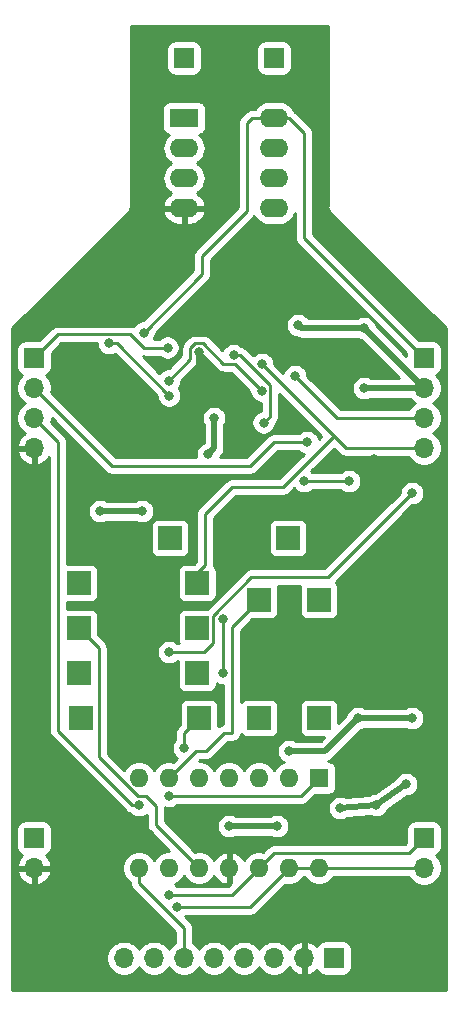
<source format=gbr>
%TF.GenerationSoftware,KiCad,Pcbnew,(5.1.6)-1*%
%TF.CreationDate,2020-07-04T17:27:32+02:00*%
%TF.ProjectId,MP0002 Instrumentation Amplifier,4d503030-3032-4204-996e-737472756d65,1.0*%
%TF.SameCoordinates,Original*%
%TF.FileFunction,Copper,L2,Bot*%
%TF.FilePolarity,Positive*%
%FSLAX46Y46*%
G04 Gerber Fmt 4.6, Leading zero omitted, Abs format (unit mm)*
G04 Created by KiCad (PCBNEW (5.1.6)-1) date 2020-07-04 17:27:32*
%MOMM*%
%LPD*%
G01*
G04 APERTURE LIST*
%TA.AperFunction,ComponentPad*%
%ADD10R,1.700000X1.700000*%
%TD*%
%TA.AperFunction,ComponentPad*%
%ADD11O,1.700000X1.700000*%
%TD*%
%TA.AperFunction,ComponentPad*%
%ADD12R,1.600000X1.600000*%
%TD*%
%TA.AperFunction,ComponentPad*%
%ADD13O,1.600000X1.600000*%
%TD*%
%TA.AperFunction,ComponentPad*%
%ADD14R,1.998980X1.998980*%
%TD*%
%TA.AperFunction,ComponentPad*%
%ADD15R,2.400000X1.600000*%
%TD*%
%TA.AperFunction,ComponentPad*%
%ADD16O,2.400000X1.600000*%
%TD*%
%TA.AperFunction,ViaPad*%
%ADD17C,0.800000*%
%TD*%
%TA.AperFunction,Conductor*%
%ADD18C,0.500000*%
%TD*%
%TA.AperFunction,Conductor*%
%ADD19C,0.250000*%
%TD*%
%TA.AperFunction,Conductor*%
%ADD20C,0.254000*%
%TD*%
G04 APERTURE END LIST*
D10*
%TO.P,J8,1*%
%TO.N,/Vs+*%
X119380000Y-142240000D03*
D11*
%TO.P,J8,2*%
%TO.N,/Vs-*%
X119380000Y-144780000D03*
%TD*%
D10*
%TO.P,J7,1*%
%TO.N,/In*%
X152400000Y-142240000D03*
D11*
%TO.P,J7,2*%
%TO.N,/Out*%
X152400000Y-144780000D03*
%TD*%
D10*
%TO.P,J6,1*%
%TO.N,/Out*%
X139700000Y-76200000D03*
%TD*%
%TO.P,J5,1*%
%TO.N,/In*%
X132080000Y-76200000D03*
%TD*%
%TO.P,J4,1*%
%TO.N,/Vs+*%
X144780000Y-152400000D03*
D11*
%TO.P,J4,2*%
%TO.N,/Vs-*%
X142240000Y-152400000D03*
%TO.P,J4,3*%
%TO.N,/In-*%
X139700000Y-152400000D03*
%TO.P,J4,4*%
%TO.N,/In+*%
X137160000Y-152400000D03*
%TO.P,J4,5*%
%TO.N,/Ref*%
X134620000Y-152400000D03*
%TO.P,J4,6*%
%TO.N,/Output*%
X132080000Y-152400000D03*
%TO.P,J4,7*%
%TO.N,/In*%
X129540000Y-152400000D03*
%TO.P,J4,8*%
%TO.N,/Out*%
X127000000Y-152400000D03*
%TD*%
D10*
%TO.P,J3,1*%
%TO.N,/Rg_P*%
X152400000Y-101600000D03*
D11*
%TO.P,J3,2*%
%TO.N,/Vs+*%
X152400000Y-104140000D03*
%TO.P,J3,3*%
%TO.N,/Output*%
X152400000Y-106680000D03*
%TO.P,J3,4*%
%TO.N,/Ref*%
X152400000Y-109220000D03*
%TD*%
D12*
%TO.P,U1,1*%
%TO.N,Net-(R1-Pad1)*%
X143510000Y-137160000D03*
D13*
%TO.P,U1,8*%
%TO.N,/Output*%
X128270000Y-144780000D03*
%TO.P,U1,2*%
%TO.N,/Rg_N*%
X140970000Y-137160000D03*
%TO.P,U1,9*%
%TO.N,Net-(R1-Pad2)*%
X130810000Y-144780000D03*
%TO.P,U1,3*%
%TO.N,/In-*%
X138430000Y-137160000D03*
%TO.P,U1,10*%
%TO.N,Net-(R6-Pad2)*%
X133350000Y-144780000D03*
%TO.P,U1,4*%
%TO.N,/Vs+*%
X135890000Y-137160000D03*
%TO.P,U1,11*%
%TO.N,/Vs-*%
X135890000Y-144780000D03*
%TO.P,U1,5*%
%TO.N,/In+*%
X133350000Y-137160000D03*
%TO.P,U1,12*%
%TO.N,/In*%
X138430000Y-144780000D03*
%TO.P,U1,6*%
%TO.N,/Rg_P*%
X130810000Y-137160000D03*
%TO.P,U1,13*%
%TO.N,/Out*%
X140970000Y-144780000D03*
%TO.P,U1,7*%
%TO.N,Net-(R5-Pad2)*%
X128270000Y-137160000D03*
%TO.P,U1,14*%
%TO.N,/Out*%
X143510000Y-144780000D03*
%TD*%
D14*
%TO.P,R7,1*%
%TO.N,Net-(R6-Pad2)*%
X123190000Y-120650000D03*
%TO.P,R7,2*%
%TO.N,/Ref*%
X133192520Y-120650000D03*
%TD*%
%TO.P,R6,1*%
%TO.N,Net-(R5-Pad2)*%
X133192520Y-124460000D03*
%TO.P,R6,2*%
%TO.N,Net-(R6-Pad2)*%
X123190000Y-124460000D03*
%TD*%
%TO.P,R5,1*%
%TO.N,/Rg_P*%
X138430000Y-122077480D03*
%TO.P,R5,2*%
%TO.N,Net-(R5-Pad2)*%
X138430000Y-132080000D03*
%TD*%
%TO.P,R4,1*%
%TO.N,/Rg_N*%
X140891260Y-116840000D03*
%TO.P,R4,2*%
%TO.N,/Rg_P*%
X130888740Y-116840000D03*
%TD*%
%TO.P,R3,1*%
%TO.N,/Rg_N*%
X143510000Y-122077480D03*
%TO.P,R3,2*%
%TO.N,Net-(R1-Pad1)*%
X143510000Y-132080000D03*
%TD*%
%TO.P,R2,1*%
%TO.N,Net-(R1-Pad2)*%
X133192520Y-128270000D03*
%TO.P,R2,2*%
%TO.N,/Output*%
X123190000Y-128270000D03*
%TD*%
%TO.P,R1,1*%
%TO.N,Net-(R1-Pad1)*%
X133350000Y-132080000D03*
%TO.P,R1,2*%
%TO.N,Net-(R1-Pad2)*%
X123347480Y-132080000D03*
%TD*%
D15*
%TO.P,J2,1*%
%TO.N,/Rg_N*%
X132080000Y-81280000D03*
D16*
%TO.P,J2,5*%
%TO.N,/Ref*%
X139700000Y-88900000D03*
%TO.P,J2,2*%
%TO.N,/In-*%
X132080000Y-83820000D03*
%TO.P,J2,6*%
%TO.N,/Output*%
X139700000Y-86360000D03*
%TO.P,J2,3*%
%TO.N,/In+*%
X132080000Y-86360000D03*
%TO.P,J2,7*%
%TO.N,/Vs+*%
X139700000Y-83820000D03*
%TO.P,J2,4*%
%TO.N,/Vs-*%
X132080000Y-88900000D03*
%TO.P,J2,8*%
%TO.N,/Rg_P*%
X139700000Y-81280000D03*
%TD*%
D10*
%TO.P,J1,1*%
%TO.N,/Rg_N*%
X119380000Y-101600000D03*
D11*
%TO.P,J1,2*%
%TO.N,/In-*%
X119380000Y-104140000D03*
%TO.P,J1,3*%
%TO.N,/In+*%
X119380000Y-106680000D03*
%TO.P,J1,4*%
%TO.N,/Vs-*%
X119380000Y-109220000D03*
%TD*%
D17*
%TO.N,/Vs-*%
X133350000Y-104648000D03*
X143256000Y-97028000D03*
X133350000Y-101092000D03*
X148184001Y-110109000D03*
X130810000Y-102108000D03*
X138938000Y-134874000D03*
X138430000Y-114046000D03*
X135890000Y-92964000D03*
X132080000Y-113284000D03*
X122825000Y-109855000D03*
X124460000Y-138430000D03*
X125984000Y-134874000D03*
%TO.N,/Vs+*%
X147320000Y-104140000D03*
X147320000Y-99060000D03*
X141732000Y-98806000D03*
X151384000Y-132080000D03*
X146812000Y-132080000D03*
X140970000Y-134874000D03*
X134620000Y-106680000D03*
X134112000Y-109728000D03*
X128524000Y-114554000D03*
X124968000Y-114554000D03*
X148336000Y-139446000D03*
X150876000Y-137668000D03*
X145288000Y-139700000D03*
X139954000Y-141224000D03*
X135890000Y-141224000D03*
%TO.N,/Rg_N*%
X136271000Y-101346000D03*
X138811000Y-107061000D03*
X130683000Y-100711000D03*
%TO.N,/In-*%
X142494000Y-108712000D03*
X142240000Y-112014000D03*
X146050000Y-112014000D03*
%TO.N,/In+*%
X128270000Y-139446000D03*
%TO.N,/Ref*%
X138684000Y-102108000D03*
X135382000Y-128270000D03*
X135382000Y-123698000D03*
%TO.N,/Output*%
X141478000Y-103124000D03*
X151384000Y-113030000D03*
X130810000Y-126492000D03*
%TO.N,/Rg_P*%
X128651000Y-99441000D03*
%TO.N,/In*%
X130810000Y-147066000D03*
%TO.N,/Out*%
X131499999Y-148082000D03*
%TO.N,Net-(R1-Pad1)*%
X130805347Y-138679347D03*
X132080000Y-134620000D03*
%TO.N,Net-(RN1-Pad1)*%
X138647653Y-104357653D03*
X130810000Y-103505000D03*
%TO.N,Net-(TP6-Pad1)*%
X130810000Y-104775000D03*
X125730000Y-100330000D03*
%TD*%
D18*
%TO.N,/Vs-*%
X133350000Y-101092000D02*
X133350000Y-104648000D01*
%TO.N,/Vs+*%
X147320000Y-104140000D02*
X152400000Y-104140000D01*
X152400000Y-104140000D02*
X147320000Y-99060000D01*
X147320000Y-99060000D02*
X141986000Y-99060000D01*
X141986000Y-99060000D02*
X141732000Y-98806000D01*
X151384000Y-132080000D02*
X146812000Y-132080000D01*
X144018000Y-134874000D02*
X146812000Y-132080000D01*
X140970000Y-134874000D02*
X144018000Y-134874000D01*
X134620000Y-106680000D02*
X134620000Y-109220000D01*
X134620000Y-109220000D02*
X134112000Y-109728000D01*
X128524000Y-114554000D02*
X124968000Y-114554000D01*
X150876000Y-137668000D02*
X148336000Y-139446000D01*
X148336000Y-139446000D02*
X145288000Y-139700000D01*
X139954000Y-141224000D02*
X135890000Y-141224000D01*
D19*
%TO.N,/Rg_N*%
X139372654Y-106499346D02*
X138811000Y-107061000D01*
X139372654Y-103881969D02*
X139372654Y-106499346D01*
X136271000Y-101346000D02*
X136836685Y-101346000D01*
X136836685Y-101346000D02*
X139372654Y-103881969D01*
X128651000Y-100711000D02*
X130683000Y-100711000D01*
X119380000Y-101600000D02*
X121375001Y-99604999D01*
X127544999Y-99604999D02*
X128651000Y-100711000D01*
X121375001Y-99604999D02*
X127544999Y-99604999D01*
%TO.N,/In-*%
X123952000Y-108712000D02*
X119380000Y-104140000D01*
X137668000Y-110744000D02*
X125984000Y-110744000D01*
X125984000Y-110744000D02*
X123952000Y-108712000D01*
X142494000Y-108712000D02*
X139700000Y-108712000D01*
X139700000Y-108712000D02*
X137668000Y-110744000D01*
X144018000Y-112014000D02*
X142240000Y-112014000D01*
X146050000Y-112014000D02*
X144018000Y-112014000D01*
%TO.N,/In+*%
X127704315Y-139446000D02*
X121412000Y-133153685D01*
X128270000Y-139446000D02*
X127704315Y-139446000D01*
X121412000Y-108712000D02*
X119380000Y-106680000D01*
X121412000Y-133153685D02*
X121412000Y-108712000D01*
%TO.N,/Ref*%
X145796000Y-109220000D02*
X152400000Y-109220000D01*
X138684000Y-102108000D02*
X144780000Y-108204000D01*
X144780000Y-108204000D02*
X145796000Y-109220000D01*
X135382000Y-128270000D02*
X135382000Y-123698000D01*
X133192520Y-119791480D02*
X133192520Y-120650000D01*
X144780000Y-108204000D02*
X140462000Y-112522000D01*
X133858000Y-114808000D02*
X133858000Y-119126000D01*
X140462000Y-112522000D02*
X136144000Y-112522000D01*
X136144000Y-112522000D02*
X133858000Y-114808000D01*
X133858000Y-119126000D02*
X133192520Y-119791480D01*
%TO.N,/Output*%
X152400000Y-106680000D02*
X145034000Y-106680000D01*
X145034000Y-106680000D02*
X141478000Y-103124000D01*
X128270000Y-144780000D02*
X128270000Y-146050000D01*
X132080000Y-149860000D02*
X132080000Y-152400000D01*
X128270000Y-146050000D02*
X132080000Y-149860000D01*
X137781498Y-120142000D02*
X144272000Y-120142000D01*
X130810000Y-126492000D02*
X133744502Y-126492000D01*
X144272000Y-120142000D02*
X151384000Y-113030000D01*
X134517011Y-123406487D02*
X137781498Y-120142000D01*
X134517011Y-125719491D02*
X134517011Y-123406487D01*
X133744502Y-126492000D02*
X134517011Y-125719491D01*
%TO.N,/Rg_P*%
X137795000Y-81280000D02*
X139700000Y-81280000D01*
X137414000Y-81661000D02*
X137795000Y-81280000D01*
X140970000Y-81280000D02*
X139700000Y-81280000D01*
X142240000Y-82550000D02*
X140970000Y-81280000D01*
X152400000Y-101600000D02*
X142240000Y-91440000D01*
X142240000Y-91440000D02*
X142240000Y-82550000D01*
X133605010Y-94486990D02*
X128651000Y-99441000D01*
X138430000Y-122077480D02*
X136144000Y-124363480D01*
X136144000Y-124363480D02*
X136144000Y-133350000D01*
X135494998Y-133350000D02*
X133970998Y-134874000D01*
X136144000Y-133350000D02*
X135494998Y-133350000D01*
X133096000Y-134874000D02*
X130810000Y-137160000D01*
X133970998Y-134874000D02*
X133096000Y-134874000D01*
X133605010Y-92962990D02*
X137414000Y-89154000D01*
X133605010Y-94486990D02*
X133605010Y-92962990D01*
X137414000Y-89154000D02*
X137414000Y-81661000D01*
%TO.N,/In*%
X138430000Y-144780000D02*
X136144000Y-147066000D01*
X136144000Y-147066000D02*
X130810000Y-147066000D01*
X138430000Y-144780000D02*
X139700000Y-143510000D01*
X151130000Y-143510000D02*
X152400000Y-142240000D01*
X139700000Y-143510000D02*
X151130000Y-143510000D01*
%TO.N,/Out*%
X140970000Y-144780000D02*
X142240000Y-144780000D01*
X142240000Y-144780000D02*
X143510000Y-144780000D01*
X140970000Y-144780000D02*
X137668000Y-148082000D01*
X137668000Y-148082000D02*
X131499999Y-148082000D01*
X152400000Y-144780000D02*
X143510000Y-144780000D01*
%TO.N,Net-(R1-Pad1)*%
X143510000Y-137160000D02*
X141990653Y-138679347D01*
X141990653Y-138679347D02*
X130805347Y-138679347D01*
X132080000Y-133350000D02*
X133350000Y-132080000D01*
X132080000Y-134620000D02*
X132080000Y-133350000D01*
%TO.N,Net-(R6-Pad2)*%
X129684999Y-141114999D02*
X133350000Y-144780000D01*
X124841000Y-135396002D02*
X124841000Y-126111000D01*
X128165997Y-138720999D02*
X124841000Y-135396002D01*
X128850997Y-138720999D02*
X128165997Y-138720999D01*
X129684999Y-139555001D02*
X128850997Y-138720999D01*
X129684999Y-139555001D02*
X129684999Y-141114999D01*
X123190000Y-124460000D02*
X124841000Y-126111000D01*
%TO.N,Net-(RN1-Pad1)*%
X132624999Y-101690001D02*
X130810000Y-103505000D01*
X132624999Y-100743999D02*
X132624999Y-101690001D01*
X133001999Y-100366999D02*
X132624999Y-100743999D01*
X133698001Y-100366999D02*
X133001999Y-100366999D01*
X135402003Y-102071001D02*
X133698001Y-100366999D01*
X136361001Y-102071001D02*
X135402003Y-102071001D01*
X138647653Y-104357653D02*
X136361001Y-102071001D01*
%TO.N,Net-(TP6-Pad1)*%
X130810000Y-104775000D02*
X126365000Y-100330000D01*
X126365000Y-100330000D02*
X125730000Y-100330000D01*
%TD*%
D20*
%TO.N,/Vs-*%
G36*
X144230001Y-88757581D02*
G01*
X144226808Y-88790000D01*
X144239551Y-88919382D01*
X144277290Y-89043792D01*
X144338575Y-89158450D01*
X144400386Y-89233766D01*
X144400387Y-89233767D01*
X144421053Y-89258948D01*
X144446232Y-89279612D01*
X154230000Y-99063381D01*
X154230001Y-155130000D01*
X117550000Y-155130000D01*
X117550000Y-145136890D01*
X117938524Y-145136890D01*
X117983175Y-145284099D01*
X118108359Y-145546920D01*
X118282412Y-145780269D01*
X118498645Y-145975178D01*
X118748748Y-146124157D01*
X119023109Y-146221481D01*
X119253000Y-146100814D01*
X119253000Y-144907000D01*
X119507000Y-144907000D01*
X119507000Y-146100814D01*
X119736891Y-146221481D01*
X120011252Y-146124157D01*
X120261355Y-145975178D01*
X120477588Y-145780269D01*
X120651641Y-145546920D01*
X120776825Y-145284099D01*
X120821476Y-145136890D01*
X120700155Y-144907000D01*
X119507000Y-144907000D01*
X119253000Y-144907000D01*
X118059845Y-144907000D01*
X117938524Y-145136890D01*
X117550000Y-145136890D01*
X117550000Y-141390000D01*
X117891928Y-141390000D01*
X117891928Y-143090000D01*
X117904188Y-143214482D01*
X117940498Y-143334180D01*
X117999463Y-143444494D01*
X118078815Y-143541185D01*
X118175506Y-143620537D01*
X118285820Y-143679502D01*
X118366466Y-143703966D01*
X118282412Y-143779731D01*
X118108359Y-144013080D01*
X117983175Y-144275901D01*
X117938524Y-144423110D01*
X118059845Y-144653000D01*
X119253000Y-144653000D01*
X119253000Y-144633000D01*
X119507000Y-144633000D01*
X119507000Y-144653000D01*
X120700155Y-144653000D01*
X120821476Y-144423110D01*
X120776825Y-144275901D01*
X120651641Y-144013080D01*
X120477588Y-143779731D01*
X120393534Y-143703966D01*
X120474180Y-143679502D01*
X120584494Y-143620537D01*
X120681185Y-143541185D01*
X120760537Y-143444494D01*
X120819502Y-143334180D01*
X120855812Y-143214482D01*
X120868072Y-143090000D01*
X120868072Y-141390000D01*
X120855812Y-141265518D01*
X120819502Y-141145820D01*
X120760537Y-141035506D01*
X120681185Y-140938815D01*
X120584494Y-140859463D01*
X120474180Y-140800498D01*
X120354482Y-140764188D01*
X120230000Y-140751928D01*
X118530000Y-140751928D01*
X118405518Y-140764188D01*
X118285820Y-140800498D01*
X118175506Y-140859463D01*
X118078815Y-140938815D01*
X117999463Y-141035506D01*
X117940498Y-141145820D01*
X117904188Y-141265518D01*
X117891928Y-141390000D01*
X117550000Y-141390000D01*
X117550000Y-109576890D01*
X117938524Y-109576890D01*
X117983175Y-109724099D01*
X118108359Y-109986920D01*
X118282412Y-110220269D01*
X118498645Y-110415178D01*
X118748748Y-110564157D01*
X119023109Y-110661481D01*
X119253000Y-110540814D01*
X119253000Y-109347000D01*
X118059845Y-109347000D01*
X117938524Y-109576890D01*
X117550000Y-109576890D01*
X117550000Y-100750000D01*
X117891928Y-100750000D01*
X117891928Y-102450000D01*
X117904188Y-102574482D01*
X117940498Y-102694180D01*
X117999463Y-102804494D01*
X118078815Y-102901185D01*
X118175506Y-102980537D01*
X118285820Y-103039502D01*
X118358380Y-103061513D01*
X118226525Y-103193368D01*
X118064010Y-103436589D01*
X117952068Y-103706842D01*
X117895000Y-103993740D01*
X117895000Y-104286260D01*
X117952068Y-104573158D01*
X118064010Y-104843411D01*
X118226525Y-105086632D01*
X118433368Y-105293475D01*
X118607760Y-105410000D01*
X118433368Y-105526525D01*
X118226525Y-105733368D01*
X118064010Y-105976589D01*
X117952068Y-106246842D01*
X117895000Y-106533740D01*
X117895000Y-106826260D01*
X117952068Y-107113158D01*
X118064010Y-107383411D01*
X118226525Y-107626632D01*
X118433368Y-107833475D01*
X118615534Y-107955195D01*
X118498645Y-108024822D01*
X118282412Y-108219731D01*
X118108359Y-108453080D01*
X117983175Y-108715901D01*
X117938524Y-108863110D01*
X118059845Y-109093000D01*
X119253000Y-109093000D01*
X119253000Y-109073000D01*
X119507000Y-109073000D01*
X119507000Y-109093000D01*
X119527000Y-109093000D01*
X119527000Y-109347000D01*
X119507000Y-109347000D01*
X119507000Y-110540814D01*
X119736891Y-110661481D01*
X120011252Y-110564157D01*
X120261355Y-110415178D01*
X120477588Y-110220269D01*
X120651641Y-109986920D01*
X120652001Y-109986164D01*
X120652000Y-133116363D01*
X120648324Y-133153685D01*
X120652000Y-133191007D01*
X120652000Y-133191017D01*
X120662997Y-133302670D01*
X120688679Y-133387333D01*
X120706454Y-133445931D01*
X120777026Y-133577961D01*
X120803342Y-133610027D01*
X120871999Y-133693686D01*
X120901003Y-133717489D01*
X127140516Y-139957003D01*
X127164314Y-139986001D01*
X127280039Y-140080974D01*
X127412068Y-140151546D01*
X127555276Y-140194987D01*
X127610226Y-140249937D01*
X127779744Y-140363205D01*
X127968102Y-140441226D01*
X128168061Y-140481000D01*
X128371939Y-140481000D01*
X128571898Y-140441226D01*
X128760256Y-140363205D01*
X128924999Y-140253127D01*
X128925000Y-141077667D01*
X128921323Y-141114999D01*
X128935997Y-141263984D01*
X128979453Y-141407245D01*
X129050025Y-141539275D01*
X129103987Y-141605027D01*
X129144999Y-141655000D01*
X129173997Y-141678798D01*
X130840199Y-143345000D01*
X130668665Y-143345000D01*
X130391426Y-143400147D01*
X130130273Y-143508320D01*
X129895241Y-143665363D01*
X129695363Y-143865241D01*
X129540000Y-144097759D01*
X129384637Y-143865241D01*
X129184759Y-143665363D01*
X128949727Y-143508320D01*
X128688574Y-143400147D01*
X128411335Y-143345000D01*
X128128665Y-143345000D01*
X127851426Y-143400147D01*
X127590273Y-143508320D01*
X127355241Y-143665363D01*
X127155363Y-143865241D01*
X126998320Y-144100273D01*
X126890147Y-144361426D01*
X126835000Y-144638665D01*
X126835000Y-144921335D01*
X126890147Y-145198574D01*
X126998320Y-145459727D01*
X127155363Y-145694759D01*
X127355241Y-145894637D01*
X127510001Y-145998044D01*
X127510001Y-146012668D01*
X127506324Y-146050000D01*
X127520998Y-146198985D01*
X127564454Y-146342246D01*
X127635026Y-146474276D01*
X127701274Y-146554998D01*
X127730000Y-146590001D01*
X127758998Y-146613799D01*
X131320000Y-150174802D01*
X131320000Y-151121821D01*
X131133368Y-151246525D01*
X130926525Y-151453368D01*
X130810000Y-151627760D01*
X130693475Y-151453368D01*
X130486632Y-151246525D01*
X130243411Y-151084010D01*
X129973158Y-150972068D01*
X129686260Y-150915000D01*
X129393740Y-150915000D01*
X129106842Y-150972068D01*
X128836589Y-151084010D01*
X128593368Y-151246525D01*
X128386525Y-151453368D01*
X128270000Y-151627760D01*
X128153475Y-151453368D01*
X127946632Y-151246525D01*
X127703411Y-151084010D01*
X127433158Y-150972068D01*
X127146260Y-150915000D01*
X126853740Y-150915000D01*
X126566842Y-150972068D01*
X126296589Y-151084010D01*
X126053368Y-151246525D01*
X125846525Y-151453368D01*
X125684010Y-151696589D01*
X125572068Y-151966842D01*
X125515000Y-152253740D01*
X125515000Y-152546260D01*
X125572068Y-152833158D01*
X125684010Y-153103411D01*
X125846525Y-153346632D01*
X126053368Y-153553475D01*
X126296589Y-153715990D01*
X126566842Y-153827932D01*
X126853740Y-153885000D01*
X127146260Y-153885000D01*
X127433158Y-153827932D01*
X127703411Y-153715990D01*
X127946632Y-153553475D01*
X128153475Y-153346632D01*
X128270000Y-153172240D01*
X128386525Y-153346632D01*
X128593368Y-153553475D01*
X128836589Y-153715990D01*
X129106842Y-153827932D01*
X129393740Y-153885000D01*
X129686260Y-153885000D01*
X129973158Y-153827932D01*
X130243411Y-153715990D01*
X130486632Y-153553475D01*
X130693475Y-153346632D01*
X130810000Y-153172240D01*
X130926525Y-153346632D01*
X131133368Y-153553475D01*
X131376589Y-153715990D01*
X131646842Y-153827932D01*
X131933740Y-153885000D01*
X132226260Y-153885000D01*
X132513158Y-153827932D01*
X132783411Y-153715990D01*
X133026632Y-153553475D01*
X133233475Y-153346632D01*
X133350000Y-153172240D01*
X133466525Y-153346632D01*
X133673368Y-153553475D01*
X133916589Y-153715990D01*
X134186842Y-153827932D01*
X134473740Y-153885000D01*
X134766260Y-153885000D01*
X135053158Y-153827932D01*
X135323411Y-153715990D01*
X135566632Y-153553475D01*
X135773475Y-153346632D01*
X135890000Y-153172240D01*
X136006525Y-153346632D01*
X136213368Y-153553475D01*
X136456589Y-153715990D01*
X136726842Y-153827932D01*
X137013740Y-153885000D01*
X137306260Y-153885000D01*
X137593158Y-153827932D01*
X137863411Y-153715990D01*
X138106632Y-153553475D01*
X138313475Y-153346632D01*
X138430000Y-153172240D01*
X138546525Y-153346632D01*
X138753368Y-153553475D01*
X138996589Y-153715990D01*
X139266842Y-153827932D01*
X139553740Y-153885000D01*
X139846260Y-153885000D01*
X140133158Y-153827932D01*
X140403411Y-153715990D01*
X140646632Y-153553475D01*
X140853475Y-153346632D01*
X140975195Y-153164466D01*
X141044822Y-153281355D01*
X141239731Y-153497588D01*
X141473080Y-153671641D01*
X141735901Y-153796825D01*
X141883110Y-153841476D01*
X142113000Y-153720155D01*
X142113000Y-152527000D01*
X142093000Y-152527000D01*
X142093000Y-152273000D01*
X142113000Y-152273000D01*
X142113000Y-151079845D01*
X142367000Y-151079845D01*
X142367000Y-152273000D01*
X142387000Y-152273000D01*
X142387000Y-152527000D01*
X142367000Y-152527000D01*
X142367000Y-153720155D01*
X142596890Y-153841476D01*
X142744099Y-153796825D01*
X143006920Y-153671641D01*
X143240269Y-153497588D01*
X143316034Y-153413534D01*
X143340498Y-153494180D01*
X143399463Y-153604494D01*
X143478815Y-153701185D01*
X143575506Y-153780537D01*
X143685820Y-153839502D01*
X143805518Y-153875812D01*
X143930000Y-153888072D01*
X145630000Y-153888072D01*
X145754482Y-153875812D01*
X145874180Y-153839502D01*
X145984494Y-153780537D01*
X146081185Y-153701185D01*
X146160537Y-153604494D01*
X146219502Y-153494180D01*
X146255812Y-153374482D01*
X146268072Y-153250000D01*
X146268072Y-151550000D01*
X146255812Y-151425518D01*
X146219502Y-151305820D01*
X146160537Y-151195506D01*
X146081185Y-151098815D01*
X145984494Y-151019463D01*
X145874180Y-150960498D01*
X145754482Y-150924188D01*
X145630000Y-150911928D01*
X143930000Y-150911928D01*
X143805518Y-150924188D01*
X143685820Y-150960498D01*
X143575506Y-151019463D01*
X143478815Y-151098815D01*
X143399463Y-151195506D01*
X143340498Y-151305820D01*
X143316034Y-151386466D01*
X143240269Y-151302412D01*
X143006920Y-151128359D01*
X142744099Y-151003175D01*
X142596890Y-150958524D01*
X142367000Y-151079845D01*
X142113000Y-151079845D01*
X141883110Y-150958524D01*
X141735901Y-151003175D01*
X141473080Y-151128359D01*
X141239731Y-151302412D01*
X141044822Y-151518645D01*
X140975195Y-151635534D01*
X140853475Y-151453368D01*
X140646632Y-151246525D01*
X140403411Y-151084010D01*
X140133158Y-150972068D01*
X139846260Y-150915000D01*
X139553740Y-150915000D01*
X139266842Y-150972068D01*
X138996589Y-151084010D01*
X138753368Y-151246525D01*
X138546525Y-151453368D01*
X138430000Y-151627760D01*
X138313475Y-151453368D01*
X138106632Y-151246525D01*
X137863411Y-151084010D01*
X137593158Y-150972068D01*
X137306260Y-150915000D01*
X137013740Y-150915000D01*
X136726842Y-150972068D01*
X136456589Y-151084010D01*
X136213368Y-151246525D01*
X136006525Y-151453368D01*
X135890000Y-151627760D01*
X135773475Y-151453368D01*
X135566632Y-151246525D01*
X135323411Y-151084010D01*
X135053158Y-150972068D01*
X134766260Y-150915000D01*
X134473740Y-150915000D01*
X134186842Y-150972068D01*
X133916589Y-151084010D01*
X133673368Y-151246525D01*
X133466525Y-151453368D01*
X133350000Y-151627760D01*
X133233475Y-151453368D01*
X133026632Y-151246525D01*
X132840000Y-151121822D01*
X132840000Y-149897325D01*
X132843676Y-149860000D01*
X132840000Y-149822675D01*
X132840000Y-149822667D01*
X132829003Y-149711014D01*
X132785546Y-149567753D01*
X132714974Y-149435724D01*
X132620001Y-149319999D01*
X132591004Y-149296202D01*
X132170256Y-148875454D01*
X132203710Y-148842000D01*
X137630678Y-148842000D01*
X137668000Y-148845676D01*
X137705322Y-148842000D01*
X137705333Y-148842000D01*
X137816986Y-148831003D01*
X137960247Y-148787546D01*
X138092276Y-148716974D01*
X138208001Y-148622001D01*
X138231804Y-148592997D01*
X140646114Y-146178688D01*
X140828665Y-146215000D01*
X141111335Y-146215000D01*
X141388574Y-146159853D01*
X141649727Y-146051680D01*
X141884759Y-145894637D01*
X142084637Y-145694759D01*
X142188043Y-145540000D01*
X142291957Y-145540000D01*
X142395363Y-145694759D01*
X142595241Y-145894637D01*
X142830273Y-146051680D01*
X143091426Y-146159853D01*
X143368665Y-146215000D01*
X143651335Y-146215000D01*
X143928574Y-146159853D01*
X144189727Y-146051680D01*
X144424759Y-145894637D01*
X144624637Y-145694759D01*
X144728043Y-145540000D01*
X151121822Y-145540000D01*
X151246525Y-145726632D01*
X151453368Y-145933475D01*
X151696589Y-146095990D01*
X151966842Y-146207932D01*
X152253740Y-146265000D01*
X152546260Y-146265000D01*
X152833158Y-146207932D01*
X153103411Y-146095990D01*
X153346632Y-145933475D01*
X153553475Y-145726632D01*
X153715990Y-145483411D01*
X153827932Y-145213158D01*
X153885000Y-144926260D01*
X153885000Y-144633740D01*
X153827932Y-144346842D01*
X153715990Y-144076589D01*
X153553475Y-143833368D01*
X153421620Y-143701513D01*
X153494180Y-143679502D01*
X153604494Y-143620537D01*
X153701185Y-143541185D01*
X153780537Y-143444494D01*
X153839502Y-143334180D01*
X153875812Y-143214482D01*
X153888072Y-143090000D01*
X153888072Y-141390000D01*
X153875812Y-141265518D01*
X153839502Y-141145820D01*
X153780537Y-141035506D01*
X153701185Y-140938815D01*
X153604494Y-140859463D01*
X153494180Y-140800498D01*
X153374482Y-140764188D01*
X153250000Y-140751928D01*
X151550000Y-140751928D01*
X151425518Y-140764188D01*
X151305820Y-140800498D01*
X151195506Y-140859463D01*
X151098815Y-140938815D01*
X151019463Y-141035506D01*
X150960498Y-141145820D01*
X150924188Y-141265518D01*
X150911928Y-141390000D01*
X150911928Y-142653271D01*
X150815199Y-142750000D01*
X139737322Y-142750000D01*
X139699999Y-142746324D01*
X139662676Y-142750000D01*
X139662667Y-142750000D01*
X139551014Y-142760997D01*
X139407753Y-142804454D01*
X139275724Y-142875026D01*
X139159999Y-142969999D01*
X139136201Y-142998997D01*
X138753886Y-143381312D01*
X138571335Y-143345000D01*
X138288665Y-143345000D01*
X138011426Y-143400147D01*
X137750273Y-143508320D01*
X137515241Y-143665363D01*
X137315363Y-143865241D01*
X137158320Y-144100273D01*
X137153933Y-144110865D01*
X137042385Y-143924869D01*
X136853414Y-143716481D01*
X136627420Y-143548963D01*
X136373087Y-143428754D01*
X136239039Y-143388096D01*
X136017000Y-143510085D01*
X136017000Y-144653000D01*
X136037000Y-144653000D01*
X136037000Y-144907000D01*
X136017000Y-144907000D01*
X136017000Y-146049915D01*
X136061071Y-146074128D01*
X135829199Y-146306000D01*
X131513711Y-146306000D01*
X131469774Y-146262063D01*
X131300256Y-146148795D01*
X131277763Y-146139478D01*
X131489727Y-146051680D01*
X131724759Y-145894637D01*
X131924637Y-145694759D01*
X132080000Y-145462241D01*
X132235363Y-145694759D01*
X132435241Y-145894637D01*
X132670273Y-146051680D01*
X132931426Y-146159853D01*
X133208665Y-146215000D01*
X133491335Y-146215000D01*
X133768574Y-146159853D01*
X134029727Y-146051680D01*
X134264759Y-145894637D01*
X134464637Y-145694759D01*
X134621680Y-145459727D01*
X134626067Y-145449135D01*
X134737615Y-145635131D01*
X134926586Y-145843519D01*
X135152580Y-146011037D01*
X135406913Y-146131246D01*
X135540961Y-146171904D01*
X135763000Y-146049915D01*
X135763000Y-144907000D01*
X135743000Y-144907000D01*
X135743000Y-144653000D01*
X135763000Y-144653000D01*
X135763000Y-143510085D01*
X135540961Y-143388096D01*
X135406913Y-143428754D01*
X135152580Y-143548963D01*
X134926586Y-143716481D01*
X134737615Y-143924869D01*
X134626067Y-144110865D01*
X134621680Y-144100273D01*
X134464637Y-143865241D01*
X134264759Y-143665363D01*
X134029727Y-143508320D01*
X133768574Y-143400147D01*
X133491335Y-143345000D01*
X133208665Y-143345000D01*
X133026114Y-143381312D01*
X130766863Y-141122061D01*
X134855000Y-141122061D01*
X134855000Y-141325939D01*
X134894774Y-141525898D01*
X134972795Y-141714256D01*
X135086063Y-141883774D01*
X135230226Y-142027937D01*
X135399744Y-142141205D01*
X135588102Y-142219226D01*
X135788061Y-142259000D01*
X135991939Y-142259000D01*
X136191898Y-142219226D01*
X136380256Y-142141205D01*
X136428454Y-142109000D01*
X139415546Y-142109000D01*
X139463744Y-142141205D01*
X139652102Y-142219226D01*
X139852061Y-142259000D01*
X140055939Y-142259000D01*
X140255898Y-142219226D01*
X140444256Y-142141205D01*
X140613774Y-142027937D01*
X140757937Y-141883774D01*
X140871205Y-141714256D01*
X140949226Y-141525898D01*
X140989000Y-141325939D01*
X140989000Y-141122061D01*
X140949226Y-140922102D01*
X140871205Y-140733744D01*
X140757937Y-140564226D01*
X140613774Y-140420063D01*
X140444256Y-140306795D01*
X140255898Y-140228774D01*
X140055939Y-140189000D01*
X139852061Y-140189000D01*
X139652102Y-140228774D01*
X139463744Y-140306795D01*
X139415546Y-140339000D01*
X136428454Y-140339000D01*
X136380256Y-140306795D01*
X136191898Y-140228774D01*
X135991939Y-140189000D01*
X135788061Y-140189000D01*
X135588102Y-140228774D01*
X135399744Y-140306795D01*
X135230226Y-140420063D01*
X135086063Y-140564226D01*
X134972795Y-140733744D01*
X134894774Y-140922102D01*
X134855000Y-141122061D01*
X130766863Y-141122061D01*
X130444999Y-140800198D01*
X130444999Y-139650362D01*
X130503449Y-139674573D01*
X130703408Y-139714347D01*
X130907286Y-139714347D01*
X131107245Y-139674573D01*
X131291959Y-139598061D01*
X144253000Y-139598061D01*
X144253000Y-139801939D01*
X144292774Y-140001898D01*
X144370795Y-140190256D01*
X144484063Y-140359774D01*
X144628226Y-140503937D01*
X144797744Y-140617205D01*
X144986102Y-140695226D01*
X145186061Y-140735000D01*
X145389939Y-140735000D01*
X145589898Y-140695226D01*
X145778256Y-140617205D01*
X145897934Y-140537239D01*
X147869293Y-140372959D01*
X148034102Y-140441226D01*
X148234061Y-140481000D01*
X148437939Y-140481000D01*
X148637898Y-140441226D01*
X148826256Y-140363205D01*
X148995774Y-140249937D01*
X149139937Y-140105774D01*
X149253205Y-139936256D01*
X149283552Y-139862993D01*
X150940685Y-138703000D01*
X150977939Y-138703000D01*
X151177898Y-138663226D01*
X151366256Y-138585205D01*
X151535774Y-138471937D01*
X151679937Y-138327774D01*
X151793205Y-138158256D01*
X151871226Y-137969898D01*
X151911000Y-137769939D01*
X151911000Y-137566061D01*
X151871226Y-137366102D01*
X151793205Y-137177744D01*
X151679937Y-137008226D01*
X151535774Y-136864063D01*
X151366256Y-136750795D01*
X151177898Y-136672774D01*
X150977939Y-136633000D01*
X150774061Y-136633000D01*
X150574102Y-136672774D01*
X150385744Y-136750795D01*
X150216226Y-136864063D01*
X150072063Y-137008226D01*
X149958795Y-137177744D01*
X149928449Y-137251006D01*
X148271316Y-138411000D01*
X148234061Y-138411000D01*
X148034102Y-138450774D01*
X147845744Y-138528795D01*
X147726067Y-138608761D01*
X145754707Y-138773041D01*
X145589898Y-138704774D01*
X145389939Y-138665000D01*
X145186061Y-138665000D01*
X144986102Y-138704774D01*
X144797744Y-138782795D01*
X144628226Y-138896063D01*
X144484063Y-139040226D01*
X144370795Y-139209744D01*
X144292774Y-139398102D01*
X144253000Y-139598061D01*
X131291959Y-139598061D01*
X131295603Y-139596552D01*
X131465121Y-139483284D01*
X131509058Y-139439347D01*
X141953331Y-139439347D01*
X141990653Y-139443023D01*
X142027975Y-139439347D01*
X142027986Y-139439347D01*
X142139639Y-139428350D01*
X142282900Y-139384893D01*
X142414929Y-139314321D01*
X142530654Y-139219348D01*
X142554457Y-139190344D01*
X143146729Y-138598072D01*
X144310000Y-138598072D01*
X144434482Y-138585812D01*
X144554180Y-138549502D01*
X144664494Y-138490537D01*
X144761185Y-138411185D01*
X144840537Y-138314494D01*
X144899502Y-138204180D01*
X144935812Y-138084482D01*
X144948072Y-137960000D01*
X144948072Y-136360000D01*
X144935812Y-136235518D01*
X144899502Y-136115820D01*
X144840537Y-136005506D01*
X144761185Y-135908815D01*
X144664494Y-135829463D01*
X144554180Y-135770498D01*
X144434482Y-135734188D01*
X144310000Y-135721928D01*
X144271486Y-135721928D01*
X144358313Y-135695589D01*
X144512059Y-135613411D01*
X144646817Y-135502817D01*
X144674534Y-135469044D01*
X147057044Y-133086535D01*
X147113898Y-133075226D01*
X147302256Y-132997205D01*
X147350454Y-132965000D01*
X150845546Y-132965000D01*
X150893744Y-132997205D01*
X151082102Y-133075226D01*
X151282061Y-133115000D01*
X151485939Y-133115000D01*
X151685898Y-133075226D01*
X151874256Y-132997205D01*
X152043774Y-132883937D01*
X152187937Y-132739774D01*
X152301205Y-132570256D01*
X152379226Y-132381898D01*
X152419000Y-132181939D01*
X152419000Y-131978061D01*
X152379226Y-131778102D01*
X152301205Y-131589744D01*
X152187937Y-131420226D01*
X152043774Y-131276063D01*
X151874256Y-131162795D01*
X151685898Y-131084774D01*
X151485939Y-131045000D01*
X151282061Y-131045000D01*
X151082102Y-131084774D01*
X150893744Y-131162795D01*
X150845546Y-131195000D01*
X147350454Y-131195000D01*
X147302256Y-131162795D01*
X147113898Y-131084774D01*
X146913939Y-131045000D01*
X146710061Y-131045000D01*
X146510102Y-131084774D01*
X146321744Y-131162795D01*
X146152226Y-131276063D01*
X146008063Y-131420226D01*
X145894795Y-131589744D01*
X145816774Y-131778102D01*
X145805465Y-131834956D01*
X145147562Y-132492859D01*
X145147562Y-131080510D01*
X145135302Y-130956028D01*
X145098992Y-130836330D01*
X145040027Y-130726016D01*
X144960675Y-130629325D01*
X144863984Y-130549973D01*
X144753670Y-130491008D01*
X144633972Y-130454698D01*
X144509490Y-130442438D01*
X142510510Y-130442438D01*
X142386028Y-130454698D01*
X142266330Y-130491008D01*
X142156016Y-130549973D01*
X142059325Y-130629325D01*
X141979973Y-130726016D01*
X141921008Y-130836330D01*
X141884698Y-130956028D01*
X141872438Y-131080510D01*
X141872438Y-133079490D01*
X141884698Y-133203972D01*
X141921008Y-133323670D01*
X141979973Y-133433984D01*
X142059325Y-133530675D01*
X142156016Y-133610027D01*
X142266330Y-133668992D01*
X142386028Y-133705302D01*
X142510510Y-133717562D01*
X143922860Y-133717562D01*
X143651422Y-133989000D01*
X141508454Y-133989000D01*
X141460256Y-133956795D01*
X141271898Y-133878774D01*
X141071939Y-133839000D01*
X140868061Y-133839000D01*
X140668102Y-133878774D01*
X140479744Y-133956795D01*
X140310226Y-134070063D01*
X140166063Y-134214226D01*
X140052795Y-134383744D01*
X139974774Y-134572102D01*
X139935000Y-134772061D01*
X139935000Y-134975939D01*
X139974774Y-135175898D01*
X140052795Y-135364256D01*
X140166063Y-135533774D01*
X140310226Y-135677937D01*
X140479744Y-135791205D01*
X140502237Y-135800522D01*
X140290273Y-135888320D01*
X140055241Y-136045363D01*
X139855363Y-136245241D01*
X139700000Y-136477759D01*
X139544637Y-136245241D01*
X139344759Y-136045363D01*
X139109727Y-135888320D01*
X138848574Y-135780147D01*
X138571335Y-135725000D01*
X138288665Y-135725000D01*
X138011426Y-135780147D01*
X137750273Y-135888320D01*
X137515241Y-136045363D01*
X137315363Y-136245241D01*
X137160000Y-136477759D01*
X137004637Y-136245241D01*
X136804759Y-136045363D01*
X136569727Y-135888320D01*
X136308574Y-135780147D01*
X136031335Y-135725000D01*
X135748665Y-135725000D01*
X135471426Y-135780147D01*
X135210273Y-135888320D01*
X134975241Y-136045363D01*
X134775363Y-136245241D01*
X134620000Y-136477759D01*
X134464637Y-136245241D01*
X134264759Y-136045363D01*
X134029727Y-135888320D01*
X133768574Y-135780147D01*
X133491335Y-135725000D01*
X133319802Y-135725000D01*
X133410802Y-135634000D01*
X133933676Y-135634000D01*
X133970998Y-135637676D01*
X134008320Y-135634000D01*
X134008331Y-135634000D01*
X134119984Y-135623003D01*
X134263245Y-135579546D01*
X134395274Y-135508974D01*
X134510999Y-135414001D01*
X134534801Y-135384998D01*
X135809801Y-134110000D01*
X136106667Y-134110000D01*
X136144000Y-134113677D01*
X136292986Y-134099003D01*
X136436247Y-134055546D01*
X136568276Y-133984974D01*
X136684001Y-133890001D01*
X136778974Y-133774276D01*
X136849546Y-133642247D01*
X136893003Y-133498986D01*
X136899494Y-133433087D01*
X136899973Y-133433984D01*
X136979325Y-133530675D01*
X137076016Y-133610027D01*
X137186330Y-133668992D01*
X137306028Y-133705302D01*
X137430510Y-133717562D01*
X139429490Y-133717562D01*
X139553972Y-133705302D01*
X139673670Y-133668992D01*
X139783984Y-133610027D01*
X139880675Y-133530675D01*
X139960027Y-133433984D01*
X140018992Y-133323670D01*
X140055302Y-133203972D01*
X140067562Y-133079490D01*
X140067562Y-131080510D01*
X140055302Y-130956028D01*
X140018992Y-130836330D01*
X139960027Y-130726016D01*
X139880675Y-130629325D01*
X139783984Y-130549973D01*
X139673670Y-130491008D01*
X139553972Y-130454698D01*
X139429490Y-130442438D01*
X137430510Y-130442438D01*
X137306028Y-130454698D01*
X137186330Y-130491008D01*
X137076016Y-130549973D01*
X136979325Y-130629325D01*
X136904000Y-130721109D01*
X136904000Y-124678281D01*
X137867240Y-123715042D01*
X139429490Y-123715042D01*
X139553972Y-123702782D01*
X139673670Y-123666472D01*
X139783984Y-123607507D01*
X139880675Y-123528155D01*
X139960027Y-123431464D01*
X140018992Y-123321150D01*
X140055302Y-123201452D01*
X140067562Y-123076970D01*
X140067562Y-121077990D01*
X140055302Y-120953508D01*
X140039677Y-120902000D01*
X141900323Y-120902000D01*
X141884698Y-120953508D01*
X141872438Y-121077990D01*
X141872438Y-123076970D01*
X141884698Y-123201452D01*
X141921008Y-123321150D01*
X141979973Y-123431464D01*
X142059325Y-123528155D01*
X142156016Y-123607507D01*
X142266330Y-123666472D01*
X142386028Y-123702782D01*
X142510510Y-123715042D01*
X144509490Y-123715042D01*
X144633972Y-123702782D01*
X144753670Y-123666472D01*
X144863984Y-123607507D01*
X144960675Y-123528155D01*
X145040027Y-123431464D01*
X145098992Y-123321150D01*
X145135302Y-123201452D01*
X145147562Y-123076970D01*
X145147562Y-121077990D01*
X145135302Y-120953508D01*
X145098992Y-120833810D01*
X145040027Y-120723496D01*
X144960675Y-120626805D01*
X144906476Y-120582325D01*
X151423802Y-114065000D01*
X151485939Y-114065000D01*
X151685898Y-114025226D01*
X151874256Y-113947205D01*
X152043774Y-113833937D01*
X152187937Y-113689774D01*
X152301205Y-113520256D01*
X152379226Y-113331898D01*
X152419000Y-113131939D01*
X152419000Y-112928061D01*
X152379226Y-112728102D01*
X152301205Y-112539744D01*
X152187937Y-112370226D01*
X152043774Y-112226063D01*
X151874256Y-112112795D01*
X151685898Y-112034774D01*
X151485939Y-111995000D01*
X151282061Y-111995000D01*
X151082102Y-112034774D01*
X150893744Y-112112795D01*
X150724226Y-112226063D01*
X150580063Y-112370226D01*
X150466795Y-112539744D01*
X150388774Y-112728102D01*
X150349000Y-112928061D01*
X150349000Y-112990198D01*
X143957199Y-119382000D01*
X137818823Y-119382000D01*
X137781498Y-119378324D01*
X137744173Y-119382000D01*
X137744165Y-119382000D01*
X137632512Y-119392997D01*
X137489251Y-119436454D01*
X137357222Y-119507026D01*
X137241497Y-119601999D01*
X137217699Y-119630997D01*
X134026259Y-122822438D01*
X132193030Y-122822438D01*
X132068548Y-122834698D01*
X131948850Y-122871008D01*
X131838536Y-122929973D01*
X131741845Y-123009325D01*
X131662493Y-123106016D01*
X131603528Y-123216330D01*
X131567218Y-123336028D01*
X131554958Y-123460510D01*
X131554958Y-125459490D01*
X131567218Y-125583972D01*
X131603528Y-125703670D01*
X131618671Y-125732000D01*
X131513711Y-125732000D01*
X131469774Y-125688063D01*
X131300256Y-125574795D01*
X131111898Y-125496774D01*
X130911939Y-125457000D01*
X130708061Y-125457000D01*
X130508102Y-125496774D01*
X130319744Y-125574795D01*
X130150226Y-125688063D01*
X130006063Y-125832226D01*
X129892795Y-126001744D01*
X129814774Y-126190102D01*
X129775000Y-126390061D01*
X129775000Y-126593939D01*
X129814774Y-126793898D01*
X129892795Y-126982256D01*
X130006063Y-127151774D01*
X130150226Y-127295937D01*
X130319744Y-127409205D01*
X130508102Y-127487226D01*
X130708061Y-127527000D01*
X130911939Y-127527000D01*
X131111898Y-127487226D01*
X131300256Y-127409205D01*
X131469774Y-127295937D01*
X131513711Y-127252000D01*
X131556781Y-127252000D01*
X131554958Y-127270510D01*
X131554958Y-129269490D01*
X131567218Y-129393972D01*
X131603528Y-129513670D01*
X131662493Y-129623984D01*
X131741845Y-129720675D01*
X131838536Y-129800027D01*
X131948850Y-129858992D01*
X132068548Y-129895302D01*
X132193030Y-129907562D01*
X134192010Y-129907562D01*
X134316492Y-129895302D01*
X134436190Y-129858992D01*
X134546504Y-129800027D01*
X134643195Y-129720675D01*
X134722547Y-129623984D01*
X134781512Y-129513670D01*
X134817822Y-129393972D01*
X134830082Y-129269490D01*
X134830082Y-129146004D01*
X134891744Y-129187205D01*
X135080102Y-129265226D01*
X135280061Y-129305000D01*
X135384001Y-129305000D01*
X135384001Y-132597255D01*
X135346012Y-132600997D01*
X135202751Y-132644454D01*
X135070722Y-132715026D01*
X135070720Y-132715027D01*
X135070721Y-132715027D01*
X134987562Y-132783273D01*
X134987562Y-131080510D01*
X134975302Y-130956028D01*
X134938992Y-130836330D01*
X134880027Y-130726016D01*
X134800675Y-130629325D01*
X134703984Y-130549973D01*
X134593670Y-130491008D01*
X134473972Y-130454698D01*
X134349490Y-130442438D01*
X132350510Y-130442438D01*
X132226028Y-130454698D01*
X132106330Y-130491008D01*
X131996016Y-130549973D01*
X131899325Y-130629325D01*
X131819973Y-130726016D01*
X131761008Y-130836330D01*
X131724698Y-130956028D01*
X131712438Y-131080510D01*
X131712438Y-132642761D01*
X131568998Y-132786201D01*
X131540000Y-132809999D01*
X131516202Y-132838997D01*
X131516201Y-132838998D01*
X131445026Y-132925724D01*
X131374454Y-133057754D01*
X131330998Y-133201015D01*
X131316324Y-133350000D01*
X131320001Y-133387332D01*
X131320001Y-133916288D01*
X131276063Y-133960226D01*
X131162795Y-134129744D01*
X131084774Y-134318102D01*
X131045000Y-134518061D01*
X131045000Y-134721939D01*
X131084774Y-134921898D01*
X131162795Y-135110256D01*
X131276063Y-135279774D01*
X131420226Y-135423937D01*
X131450820Y-135444379D01*
X131133886Y-135761312D01*
X130951335Y-135725000D01*
X130668665Y-135725000D01*
X130391426Y-135780147D01*
X130130273Y-135888320D01*
X129895241Y-136045363D01*
X129695363Y-136245241D01*
X129540000Y-136477759D01*
X129384637Y-136245241D01*
X129184759Y-136045363D01*
X128949727Y-135888320D01*
X128688574Y-135780147D01*
X128411335Y-135725000D01*
X128128665Y-135725000D01*
X127851426Y-135780147D01*
X127590273Y-135888320D01*
X127355241Y-136045363D01*
X127155363Y-136245241D01*
X126999022Y-136479222D01*
X125601000Y-135081201D01*
X125601000Y-126148333D01*
X125604677Y-126111000D01*
X125590003Y-125962014D01*
X125546546Y-125818753D01*
X125475974Y-125686724D01*
X125404799Y-125599997D01*
X125381001Y-125570999D01*
X125352003Y-125547201D01*
X124827562Y-125022760D01*
X124827562Y-123460510D01*
X124815302Y-123336028D01*
X124778992Y-123216330D01*
X124720027Y-123106016D01*
X124640675Y-123009325D01*
X124543984Y-122929973D01*
X124433670Y-122871008D01*
X124313972Y-122834698D01*
X124189490Y-122822438D01*
X122190510Y-122822438D01*
X122172000Y-122824261D01*
X122172000Y-122285739D01*
X122190510Y-122287562D01*
X124189490Y-122287562D01*
X124313972Y-122275302D01*
X124433670Y-122238992D01*
X124543984Y-122180027D01*
X124640675Y-122100675D01*
X124720027Y-122003984D01*
X124778992Y-121893670D01*
X124815302Y-121773972D01*
X124827562Y-121649490D01*
X124827562Y-119650510D01*
X124815302Y-119526028D01*
X124778992Y-119406330D01*
X124720027Y-119296016D01*
X124640675Y-119199325D01*
X124543984Y-119119973D01*
X124433670Y-119061008D01*
X124313972Y-119024698D01*
X124189490Y-119012438D01*
X122190510Y-119012438D01*
X122172000Y-119014261D01*
X122172000Y-115840510D01*
X129251178Y-115840510D01*
X129251178Y-117839490D01*
X129263438Y-117963972D01*
X129299748Y-118083670D01*
X129358713Y-118193984D01*
X129438065Y-118290675D01*
X129534756Y-118370027D01*
X129645070Y-118428992D01*
X129764768Y-118465302D01*
X129889250Y-118477562D01*
X131888230Y-118477562D01*
X132012712Y-118465302D01*
X132132410Y-118428992D01*
X132242724Y-118370027D01*
X132339415Y-118290675D01*
X132418767Y-118193984D01*
X132477732Y-118083670D01*
X132514042Y-117963972D01*
X132526302Y-117839490D01*
X132526302Y-115840510D01*
X132514042Y-115716028D01*
X132477732Y-115596330D01*
X132418767Y-115486016D01*
X132339415Y-115389325D01*
X132242724Y-115309973D01*
X132132410Y-115251008D01*
X132012712Y-115214698D01*
X131888230Y-115202438D01*
X129889250Y-115202438D01*
X129764768Y-115214698D01*
X129645070Y-115251008D01*
X129534756Y-115309973D01*
X129438065Y-115389325D01*
X129358713Y-115486016D01*
X129299748Y-115596330D01*
X129263438Y-115716028D01*
X129251178Y-115840510D01*
X122172000Y-115840510D01*
X122172000Y-114452061D01*
X123933000Y-114452061D01*
X123933000Y-114655939D01*
X123972774Y-114855898D01*
X124050795Y-115044256D01*
X124164063Y-115213774D01*
X124308226Y-115357937D01*
X124477744Y-115471205D01*
X124666102Y-115549226D01*
X124866061Y-115589000D01*
X125069939Y-115589000D01*
X125269898Y-115549226D01*
X125458256Y-115471205D01*
X125506454Y-115439000D01*
X127985546Y-115439000D01*
X128033744Y-115471205D01*
X128222102Y-115549226D01*
X128422061Y-115589000D01*
X128625939Y-115589000D01*
X128825898Y-115549226D01*
X129014256Y-115471205D01*
X129183774Y-115357937D01*
X129327937Y-115213774D01*
X129441205Y-115044256D01*
X129519226Y-114855898D01*
X129559000Y-114655939D01*
X129559000Y-114452061D01*
X129519226Y-114252102D01*
X129441205Y-114063744D01*
X129327937Y-113894226D01*
X129183774Y-113750063D01*
X129014256Y-113636795D01*
X128825898Y-113558774D01*
X128625939Y-113519000D01*
X128422061Y-113519000D01*
X128222102Y-113558774D01*
X128033744Y-113636795D01*
X127985546Y-113669000D01*
X125506454Y-113669000D01*
X125458256Y-113636795D01*
X125269898Y-113558774D01*
X125069939Y-113519000D01*
X124866061Y-113519000D01*
X124666102Y-113558774D01*
X124477744Y-113636795D01*
X124308226Y-113750063D01*
X124164063Y-113894226D01*
X124050795Y-114063744D01*
X123972774Y-114252102D01*
X123933000Y-114452061D01*
X122172000Y-114452061D01*
X122172000Y-108749323D01*
X122175676Y-108712000D01*
X122172000Y-108674677D01*
X122172000Y-108674667D01*
X122161003Y-108563014D01*
X122117546Y-108419753D01*
X122106139Y-108398412D01*
X122046974Y-108287723D01*
X121975799Y-108200997D01*
X121975798Y-108200996D01*
X121952001Y-108171999D01*
X121923003Y-108148201D01*
X120821209Y-107046408D01*
X120865000Y-106826260D01*
X120865000Y-106699802D01*
X123440996Y-109275799D01*
X123441007Y-109275808D01*
X125420201Y-111255003D01*
X125443999Y-111284001D01*
X125472997Y-111307799D01*
X125559723Y-111378974D01*
X125691753Y-111449546D01*
X125835014Y-111493003D01*
X125946667Y-111504000D01*
X125946677Y-111504000D01*
X125984000Y-111507676D01*
X126021323Y-111504000D01*
X137630678Y-111504000D01*
X137668000Y-111507676D01*
X137705322Y-111504000D01*
X137705333Y-111504000D01*
X137816986Y-111493003D01*
X137960247Y-111449546D01*
X138092276Y-111378974D01*
X138208001Y-111284001D01*
X138231804Y-111254997D01*
X140014802Y-109472000D01*
X141790289Y-109472000D01*
X141834226Y-109515937D01*
X142003744Y-109629205D01*
X142192102Y-109707226D01*
X142200335Y-109708864D01*
X140147199Y-111762000D01*
X136181322Y-111762000D01*
X136143999Y-111758324D01*
X136106676Y-111762000D01*
X136106667Y-111762000D01*
X135995014Y-111772997D01*
X135851753Y-111816454D01*
X135719724Y-111887026D01*
X135603999Y-111981999D01*
X135580201Y-112010997D01*
X133347003Y-114244196D01*
X133317999Y-114267999D01*
X133262871Y-114335174D01*
X133223026Y-114383724D01*
X133186499Y-114452061D01*
X133152454Y-114515754D01*
X133108997Y-114659015D01*
X133098000Y-114770668D01*
X133098000Y-114770678D01*
X133094324Y-114808000D01*
X133098000Y-114845323D01*
X133098001Y-118811197D01*
X132896761Y-119012438D01*
X132193030Y-119012438D01*
X132068548Y-119024698D01*
X131948850Y-119061008D01*
X131838536Y-119119973D01*
X131741845Y-119199325D01*
X131662493Y-119296016D01*
X131603528Y-119406330D01*
X131567218Y-119526028D01*
X131554958Y-119650510D01*
X131554958Y-121649490D01*
X131567218Y-121773972D01*
X131603528Y-121893670D01*
X131662493Y-122003984D01*
X131741845Y-122100675D01*
X131838536Y-122180027D01*
X131948850Y-122238992D01*
X132068548Y-122275302D01*
X132193030Y-122287562D01*
X134192010Y-122287562D01*
X134316492Y-122275302D01*
X134436190Y-122238992D01*
X134546504Y-122180027D01*
X134643195Y-122100675D01*
X134722547Y-122003984D01*
X134781512Y-121893670D01*
X134817822Y-121773972D01*
X134830082Y-121649490D01*
X134830082Y-119650510D01*
X134817822Y-119526028D01*
X134781512Y-119406330D01*
X134722547Y-119296016D01*
X134643195Y-119199325D01*
X134616604Y-119177503D01*
X134618000Y-119163333D01*
X134618000Y-119163323D01*
X134621676Y-119126000D01*
X134618000Y-119088677D01*
X134618000Y-115840510D01*
X139253698Y-115840510D01*
X139253698Y-117839490D01*
X139265958Y-117963972D01*
X139302268Y-118083670D01*
X139361233Y-118193984D01*
X139440585Y-118290675D01*
X139537276Y-118370027D01*
X139647590Y-118428992D01*
X139767288Y-118465302D01*
X139891770Y-118477562D01*
X141890750Y-118477562D01*
X142015232Y-118465302D01*
X142134930Y-118428992D01*
X142245244Y-118370027D01*
X142341935Y-118290675D01*
X142421287Y-118193984D01*
X142480252Y-118083670D01*
X142516562Y-117963972D01*
X142528822Y-117839490D01*
X142528822Y-115840510D01*
X142516562Y-115716028D01*
X142480252Y-115596330D01*
X142421287Y-115486016D01*
X142341935Y-115389325D01*
X142245244Y-115309973D01*
X142134930Y-115251008D01*
X142015232Y-115214698D01*
X141890750Y-115202438D01*
X139891770Y-115202438D01*
X139767288Y-115214698D01*
X139647590Y-115251008D01*
X139537276Y-115309973D01*
X139440585Y-115389325D01*
X139361233Y-115486016D01*
X139302268Y-115596330D01*
X139265958Y-115716028D01*
X139253698Y-115840510D01*
X134618000Y-115840510D01*
X134618000Y-115122801D01*
X136458802Y-113282000D01*
X140424678Y-113282000D01*
X140462000Y-113285676D01*
X140499322Y-113282000D01*
X140499333Y-113282000D01*
X140610986Y-113271003D01*
X140754247Y-113227546D01*
X140886276Y-113156974D01*
X141002001Y-113062001D01*
X141025804Y-113032997D01*
X141415621Y-112643180D01*
X141436063Y-112673774D01*
X141580226Y-112817937D01*
X141749744Y-112931205D01*
X141938102Y-113009226D01*
X142138061Y-113049000D01*
X142341939Y-113049000D01*
X142541898Y-113009226D01*
X142730256Y-112931205D01*
X142899774Y-112817937D01*
X142943711Y-112774000D01*
X145346289Y-112774000D01*
X145390226Y-112817937D01*
X145559744Y-112931205D01*
X145748102Y-113009226D01*
X145948061Y-113049000D01*
X146151939Y-113049000D01*
X146351898Y-113009226D01*
X146540256Y-112931205D01*
X146709774Y-112817937D01*
X146853937Y-112673774D01*
X146967205Y-112504256D01*
X147045226Y-112315898D01*
X147085000Y-112115939D01*
X147085000Y-111912061D01*
X147045226Y-111712102D01*
X146967205Y-111523744D01*
X146853937Y-111354226D01*
X146709774Y-111210063D01*
X146540256Y-111096795D01*
X146351898Y-111018774D01*
X146151939Y-110979000D01*
X145948061Y-110979000D01*
X145748102Y-111018774D01*
X145559744Y-111096795D01*
X145390226Y-111210063D01*
X145346289Y-111254000D01*
X142943711Y-111254000D01*
X142899774Y-111210063D01*
X142869180Y-111189621D01*
X144780000Y-109278802D01*
X145232201Y-109731003D01*
X145255999Y-109760001D01*
X145284997Y-109783799D01*
X145371723Y-109854974D01*
X145458748Y-109901490D01*
X145503753Y-109925546D01*
X145647014Y-109969003D01*
X145758667Y-109980000D01*
X145758677Y-109980000D01*
X145796000Y-109983676D01*
X145833322Y-109980000D01*
X151121822Y-109980000D01*
X151246525Y-110166632D01*
X151453368Y-110373475D01*
X151696589Y-110535990D01*
X151966842Y-110647932D01*
X152253740Y-110705000D01*
X152546260Y-110705000D01*
X152833158Y-110647932D01*
X153103411Y-110535990D01*
X153346632Y-110373475D01*
X153553475Y-110166632D01*
X153715990Y-109923411D01*
X153827932Y-109653158D01*
X153885000Y-109366260D01*
X153885000Y-109073740D01*
X153827932Y-108786842D01*
X153715990Y-108516589D01*
X153553475Y-108273368D01*
X153346632Y-108066525D01*
X153172240Y-107950000D01*
X153346632Y-107833475D01*
X153553475Y-107626632D01*
X153715990Y-107383411D01*
X153827932Y-107113158D01*
X153885000Y-106826260D01*
X153885000Y-106533740D01*
X153827932Y-106246842D01*
X153715990Y-105976589D01*
X153553475Y-105733368D01*
X153346632Y-105526525D01*
X153172240Y-105410000D01*
X153346632Y-105293475D01*
X153553475Y-105086632D01*
X153715990Y-104843411D01*
X153827932Y-104573158D01*
X153885000Y-104286260D01*
X153885000Y-103993740D01*
X153827932Y-103706842D01*
X153715990Y-103436589D01*
X153553475Y-103193368D01*
X153421620Y-103061513D01*
X153494180Y-103039502D01*
X153604494Y-102980537D01*
X153701185Y-102901185D01*
X153780537Y-102804494D01*
X153839502Y-102694180D01*
X153875812Y-102574482D01*
X153888072Y-102450000D01*
X153888072Y-100750000D01*
X153875812Y-100625518D01*
X153839502Y-100505820D01*
X153780537Y-100395506D01*
X153701185Y-100298815D01*
X153604494Y-100219463D01*
X153494180Y-100160498D01*
X153374482Y-100124188D01*
X153250000Y-100111928D01*
X151986730Y-100111928D01*
X143000000Y-91125199D01*
X143000000Y-82587322D01*
X143003676Y-82549999D01*
X143000000Y-82512676D01*
X143000000Y-82512667D01*
X142989003Y-82401014D01*
X142945546Y-82257753D01*
X142874974Y-82125724D01*
X142780001Y-82009999D01*
X142751003Y-81986201D01*
X141533804Y-80769003D01*
X141510001Y-80739999D01*
X141394276Y-80645026D01*
X141385110Y-80640127D01*
X141298932Y-80478899D01*
X141119608Y-80260392D01*
X140901101Y-80081068D01*
X140651808Y-79947818D01*
X140381309Y-79865764D01*
X140170492Y-79845000D01*
X139229508Y-79845000D01*
X139018691Y-79865764D01*
X138748192Y-79947818D01*
X138498899Y-80081068D01*
X138280392Y-80260392D01*
X138101068Y-80478899D01*
X138079099Y-80520000D01*
X137832322Y-80520000D01*
X137794999Y-80516324D01*
X137757676Y-80520000D01*
X137757667Y-80520000D01*
X137646014Y-80530997D01*
X137502753Y-80574454D01*
X137370724Y-80645026D01*
X137254999Y-80739999D01*
X137231196Y-80769003D01*
X136902998Y-81097201D01*
X136874000Y-81120999D01*
X136850202Y-81149997D01*
X136850201Y-81149998D01*
X136779026Y-81236724D01*
X136708454Y-81368754D01*
X136678180Y-81468558D01*
X136664998Y-81512014D01*
X136654001Y-81623667D01*
X136650324Y-81661000D01*
X136654001Y-81698332D01*
X136654000Y-88839198D01*
X133094008Y-92399191D01*
X133065010Y-92422989D01*
X133041212Y-92451987D01*
X133041211Y-92451988D01*
X132970036Y-92538714D01*
X132899464Y-92670744D01*
X132856008Y-92814005D01*
X132841334Y-92962990D01*
X132845011Y-93000322D01*
X132845010Y-94172188D01*
X128611199Y-98406000D01*
X128549061Y-98406000D01*
X128349102Y-98445774D01*
X128160744Y-98523795D01*
X127991226Y-98637063D01*
X127847063Y-98781226D01*
X127779725Y-98882005D01*
X127693985Y-98855996D01*
X127582332Y-98844999D01*
X127582321Y-98844999D01*
X127544999Y-98841323D01*
X127507677Y-98844999D01*
X121412323Y-98844999D01*
X121375000Y-98841323D01*
X121337677Y-98844999D01*
X121337668Y-98844999D01*
X121226015Y-98855996D01*
X121082754Y-98899453D01*
X120950725Y-98970025D01*
X120950723Y-98970026D01*
X120950724Y-98970026D01*
X120863997Y-99041200D01*
X120863993Y-99041204D01*
X120835000Y-99064998D01*
X120811206Y-99093991D01*
X119793270Y-100111928D01*
X118530000Y-100111928D01*
X118405518Y-100124188D01*
X118285820Y-100160498D01*
X118175506Y-100219463D01*
X118078815Y-100298815D01*
X117999463Y-100395506D01*
X117940498Y-100505820D01*
X117904188Y-100625518D01*
X117891928Y-100750000D01*
X117550000Y-100750000D01*
X117550000Y-99063380D01*
X127333770Y-89279611D01*
X127358948Y-89258948D01*
X127367080Y-89249039D01*
X130288096Y-89249039D01*
X130305633Y-89331818D01*
X130416285Y-89591646D01*
X130575500Y-89824895D01*
X130777161Y-90022601D01*
X131013517Y-90177166D01*
X131275486Y-90282650D01*
X131553000Y-90335000D01*
X131953000Y-90335000D01*
X131953000Y-89027000D01*
X132207000Y-89027000D01*
X132207000Y-90335000D01*
X132607000Y-90335000D01*
X132884514Y-90282650D01*
X133146483Y-90177166D01*
X133382839Y-90022601D01*
X133584500Y-89824895D01*
X133743715Y-89591646D01*
X133854367Y-89331818D01*
X133871904Y-89249039D01*
X133749915Y-89027000D01*
X132207000Y-89027000D01*
X131953000Y-89027000D01*
X130410085Y-89027000D01*
X130288096Y-89249039D01*
X127367080Y-89249039D01*
X127379615Y-89233766D01*
X127441425Y-89158450D01*
X127502710Y-89043793D01*
X127540450Y-88919383D01*
X127542359Y-88900000D01*
X127550000Y-88822419D01*
X127550000Y-88822412D01*
X127553192Y-88790000D01*
X127550000Y-88757588D01*
X127550000Y-83820000D01*
X130238057Y-83820000D01*
X130265764Y-84101309D01*
X130347818Y-84371808D01*
X130481068Y-84621101D01*
X130660392Y-84839608D01*
X130878899Y-85018932D01*
X131011858Y-85090000D01*
X130878899Y-85161068D01*
X130660392Y-85340392D01*
X130481068Y-85558899D01*
X130347818Y-85808192D01*
X130265764Y-86078691D01*
X130238057Y-86360000D01*
X130265764Y-86641309D01*
X130347818Y-86911808D01*
X130481068Y-87161101D01*
X130660392Y-87379608D01*
X130878899Y-87558932D01*
X131006741Y-87627265D01*
X130777161Y-87777399D01*
X130575500Y-87975105D01*
X130416285Y-88208354D01*
X130305633Y-88468182D01*
X130288096Y-88550961D01*
X130410085Y-88773000D01*
X131953000Y-88773000D01*
X131953000Y-88753000D01*
X132207000Y-88753000D01*
X132207000Y-88773000D01*
X133749915Y-88773000D01*
X133871904Y-88550961D01*
X133854367Y-88468182D01*
X133743715Y-88208354D01*
X133584500Y-87975105D01*
X133382839Y-87777399D01*
X133153259Y-87627265D01*
X133281101Y-87558932D01*
X133499608Y-87379608D01*
X133678932Y-87161101D01*
X133812182Y-86911808D01*
X133894236Y-86641309D01*
X133921943Y-86360000D01*
X133894236Y-86078691D01*
X133812182Y-85808192D01*
X133678932Y-85558899D01*
X133499608Y-85340392D01*
X133281101Y-85161068D01*
X133148142Y-85090000D01*
X133281101Y-85018932D01*
X133499608Y-84839608D01*
X133678932Y-84621101D01*
X133812182Y-84371808D01*
X133894236Y-84101309D01*
X133921943Y-83820000D01*
X133894236Y-83538691D01*
X133812182Y-83268192D01*
X133678932Y-83018899D01*
X133499608Y-82800392D01*
X133386518Y-82707581D01*
X133404482Y-82705812D01*
X133524180Y-82669502D01*
X133634494Y-82610537D01*
X133731185Y-82531185D01*
X133810537Y-82434494D01*
X133869502Y-82324180D01*
X133905812Y-82204482D01*
X133918072Y-82080000D01*
X133918072Y-80480000D01*
X133905812Y-80355518D01*
X133869502Y-80235820D01*
X133810537Y-80125506D01*
X133731185Y-80028815D01*
X133634494Y-79949463D01*
X133524180Y-79890498D01*
X133404482Y-79854188D01*
X133280000Y-79841928D01*
X130880000Y-79841928D01*
X130755518Y-79854188D01*
X130635820Y-79890498D01*
X130525506Y-79949463D01*
X130428815Y-80028815D01*
X130349463Y-80125506D01*
X130290498Y-80235820D01*
X130254188Y-80355518D01*
X130241928Y-80480000D01*
X130241928Y-82080000D01*
X130254188Y-82204482D01*
X130290498Y-82324180D01*
X130349463Y-82434494D01*
X130428815Y-82531185D01*
X130525506Y-82610537D01*
X130635820Y-82669502D01*
X130755518Y-82705812D01*
X130773482Y-82707581D01*
X130660392Y-82800392D01*
X130481068Y-83018899D01*
X130347818Y-83268192D01*
X130265764Y-83538691D01*
X130238057Y-83820000D01*
X127550000Y-83820000D01*
X127550000Y-75350000D01*
X130591928Y-75350000D01*
X130591928Y-77050000D01*
X130604188Y-77174482D01*
X130640498Y-77294180D01*
X130699463Y-77404494D01*
X130778815Y-77501185D01*
X130875506Y-77580537D01*
X130985820Y-77639502D01*
X131105518Y-77675812D01*
X131230000Y-77688072D01*
X132930000Y-77688072D01*
X133054482Y-77675812D01*
X133174180Y-77639502D01*
X133284494Y-77580537D01*
X133381185Y-77501185D01*
X133460537Y-77404494D01*
X133519502Y-77294180D01*
X133555812Y-77174482D01*
X133568072Y-77050000D01*
X133568072Y-75350000D01*
X138211928Y-75350000D01*
X138211928Y-77050000D01*
X138224188Y-77174482D01*
X138260498Y-77294180D01*
X138319463Y-77404494D01*
X138398815Y-77501185D01*
X138495506Y-77580537D01*
X138605820Y-77639502D01*
X138725518Y-77675812D01*
X138850000Y-77688072D01*
X140550000Y-77688072D01*
X140674482Y-77675812D01*
X140794180Y-77639502D01*
X140904494Y-77580537D01*
X141001185Y-77501185D01*
X141080537Y-77404494D01*
X141139502Y-77294180D01*
X141175812Y-77174482D01*
X141188072Y-77050000D01*
X141188072Y-75350000D01*
X141175812Y-75225518D01*
X141139502Y-75105820D01*
X141080537Y-74995506D01*
X141001185Y-74898815D01*
X140904494Y-74819463D01*
X140794180Y-74760498D01*
X140674482Y-74724188D01*
X140550000Y-74711928D01*
X138850000Y-74711928D01*
X138725518Y-74724188D01*
X138605820Y-74760498D01*
X138495506Y-74819463D01*
X138398815Y-74898815D01*
X138319463Y-74995506D01*
X138260498Y-75105820D01*
X138224188Y-75225518D01*
X138211928Y-75350000D01*
X133568072Y-75350000D01*
X133555812Y-75225518D01*
X133519502Y-75105820D01*
X133460537Y-74995506D01*
X133381185Y-74898815D01*
X133284494Y-74819463D01*
X133174180Y-74760498D01*
X133054482Y-74724188D01*
X132930000Y-74711928D01*
X131230000Y-74711928D01*
X131105518Y-74724188D01*
X130985820Y-74760498D01*
X130875506Y-74819463D01*
X130778815Y-74898815D01*
X130699463Y-74995506D01*
X130640498Y-75105820D01*
X130604188Y-75225518D01*
X130591928Y-75350000D01*
X127550000Y-75350000D01*
X127550000Y-73450000D01*
X144230000Y-73450000D01*
X144230001Y-88757581D01*
G37*
X144230001Y-88757581D02*
X144226808Y-88790000D01*
X144239551Y-88919382D01*
X144277290Y-89043792D01*
X144338575Y-89158450D01*
X144400386Y-89233766D01*
X144400387Y-89233767D01*
X144421053Y-89258948D01*
X144446232Y-89279612D01*
X154230000Y-99063381D01*
X154230001Y-155130000D01*
X117550000Y-155130000D01*
X117550000Y-145136890D01*
X117938524Y-145136890D01*
X117983175Y-145284099D01*
X118108359Y-145546920D01*
X118282412Y-145780269D01*
X118498645Y-145975178D01*
X118748748Y-146124157D01*
X119023109Y-146221481D01*
X119253000Y-146100814D01*
X119253000Y-144907000D01*
X119507000Y-144907000D01*
X119507000Y-146100814D01*
X119736891Y-146221481D01*
X120011252Y-146124157D01*
X120261355Y-145975178D01*
X120477588Y-145780269D01*
X120651641Y-145546920D01*
X120776825Y-145284099D01*
X120821476Y-145136890D01*
X120700155Y-144907000D01*
X119507000Y-144907000D01*
X119253000Y-144907000D01*
X118059845Y-144907000D01*
X117938524Y-145136890D01*
X117550000Y-145136890D01*
X117550000Y-141390000D01*
X117891928Y-141390000D01*
X117891928Y-143090000D01*
X117904188Y-143214482D01*
X117940498Y-143334180D01*
X117999463Y-143444494D01*
X118078815Y-143541185D01*
X118175506Y-143620537D01*
X118285820Y-143679502D01*
X118366466Y-143703966D01*
X118282412Y-143779731D01*
X118108359Y-144013080D01*
X117983175Y-144275901D01*
X117938524Y-144423110D01*
X118059845Y-144653000D01*
X119253000Y-144653000D01*
X119253000Y-144633000D01*
X119507000Y-144633000D01*
X119507000Y-144653000D01*
X120700155Y-144653000D01*
X120821476Y-144423110D01*
X120776825Y-144275901D01*
X120651641Y-144013080D01*
X120477588Y-143779731D01*
X120393534Y-143703966D01*
X120474180Y-143679502D01*
X120584494Y-143620537D01*
X120681185Y-143541185D01*
X120760537Y-143444494D01*
X120819502Y-143334180D01*
X120855812Y-143214482D01*
X120868072Y-143090000D01*
X120868072Y-141390000D01*
X120855812Y-141265518D01*
X120819502Y-141145820D01*
X120760537Y-141035506D01*
X120681185Y-140938815D01*
X120584494Y-140859463D01*
X120474180Y-140800498D01*
X120354482Y-140764188D01*
X120230000Y-140751928D01*
X118530000Y-140751928D01*
X118405518Y-140764188D01*
X118285820Y-140800498D01*
X118175506Y-140859463D01*
X118078815Y-140938815D01*
X117999463Y-141035506D01*
X117940498Y-141145820D01*
X117904188Y-141265518D01*
X117891928Y-141390000D01*
X117550000Y-141390000D01*
X117550000Y-109576890D01*
X117938524Y-109576890D01*
X117983175Y-109724099D01*
X118108359Y-109986920D01*
X118282412Y-110220269D01*
X118498645Y-110415178D01*
X118748748Y-110564157D01*
X119023109Y-110661481D01*
X119253000Y-110540814D01*
X119253000Y-109347000D01*
X118059845Y-109347000D01*
X117938524Y-109576890D01*
X117550000Y-109576890D01*
X117550000Y-100750000D01*
X117891928Y-100750000D01*
X117891928Y-102450000D01*
X117904188Y-102574482D01*
X117940498Y-102694180D01*
X117999463Y-102804494D01*
X118078815Y-102901185D01*
X118175506Y-102980537D01*
X118285820Y-103039502D01*
X118358380Y-103061513D01*
X118226525Y-103193368D01*
X118064010Y-103436589D01*
X117952068Y-103706842D01*
X117895000Y-103993740D01*
X117895000Y-104286260D01*
X117952068Y-104573158D01*
X118064010Y-104843411D01*
X118226525Y-105086632D01*
X118433368Y-105293475D01*
X118607760Y-105410000D01*
X118433368Y-105526525D01*
X118226525Y-105733368D01*
X118064010Y-105976589D01*
X117952068Y-106246842D01*
X117895000Y-106533740D01*
X117895000Y-106826260D01*
X117952068Y-107113158D01*
X118064010Y-107383411D01*
X118226525Y-107626632D01*
X118433368Y-107833475D01*
X118615534Y-107955195D01*
X118498645Y-108024822D01*
X118282412Y-108219731D01*
X118108359Y-108453080D01*
X117983175Y-108715901D01*
X117938524Y-108863110D01*
X118059845Y-109093000D01*
X119253000Y-109093000D01*
X119253000Y-109073000D01*
X119507000Y-109073000D01*
X119507000Y-109093000D01*
X119527000Y-109093000D01*
X119527000Y-109347000D01*
X119507000Y-109347000D01*
X119507000Y-110540814D01*
X119736891Y-110661481D01*
X120011252Y-110564157D01*
X120261355Y-110415178D01*
X120477588Y-110220269D01*
X120651641Y-109986920D01*
X120652001Y-109986164D01*
X120652000Y-133116363D01*
X120648324Y-133153685D01*
X120652000Y-133191007D01*
X120652000Y-133191017D01*
X120662997Y-133302670D01*
X120688679Y-133387333D01*
X120706454Y-133445931D01*
X120777026Y-133577961D01*
X120803342Y-133610027D01*
X120871999Y-133693686D01*
X120901003Y-133717489D01*
X127140516Y-139957003D01*
X127164314Y-139986001D01*
X127280039Y-140080974D01*
X127412068Y-140151546D01*
X127555276Y-140194987D01*
X127610226Y-140249937D01*
X127779744Y-140363205D01*
X127968102Y-140441226D01*
X128168061Y-140481000D01*
X128371939Y-140481000D01*
X128571898Y-140441226D01*
X128760256Y-140363205D01*
X128924999Y-140253127D01*
X128925000Y-141077667D01*
X128921323Y-141114999D01*
X128935997Y-141263984D01*
X128979453Y-141407245D01*
X129050025Y-141539275D01*
X129103987Y-141605027D01*
X129144999Y-141655000D01*
X129173997Y-141678798D01*
X130840199Y-143345000D01*
X130668665Y-143345000D01*
X130391426Y-143400147D01*
X130130273Y-143508320D01*
X129895241Y-143665363D01*
X129695363Y-143865241D01*
X129540000Y-144097759D01*
X129384637Y-143865241D01*
X129184759Y-143665363D01*
X128949727Y-143508320D01*
X128688574Y-143400147D01*
X128411335Y-143345000D01*
X128128665Y-143345000D01*
X127851426Y-143400147D01*
X127590273Y-143508320D01*
X127355241Y-143665363D01*
X127155363Y-143865241D01*
X126998320Y-144100273D01*
X126890147Y-144361426D01*
X126835000Y-144638665D01*
X126835000Y-144921335D01*
X126890147Y-145198574D01*
X126998320Y-145459727D01*
X127155363Y-145694759D01*
X127355241Y-145894637D01*
X127510001Y-145998044D01*
X127510001Y-146012668D01*
X127506324Y-146050000D01*
X127520998Y-146198985D01*
X127564454Y-146342246D01*
X127635026Y-146474276D01*
X127701274Y-146554998D01*
X127730000Y-146590001D01*
X127758998Y-146613799D01*
X131320000Y-150174802D01*
X131320000Y-151121821D01*
X131133368Y-151246525D01*
X130926525Y-151453368D01*
X130810000Y-151627760D01*
X130693475Y-151453368D01*
X130486632Y-151246525D01*
X130243411Y-151084010D01*
X129973158Y-150972068D01*
X129686260Y-150915000D01*
X129393740Y-150915000D01*
X129106842Y-150972068D01*
X128836589Y-151084010D01*
X128593368Y-151246525D01*
X128386525Y-151453368D01*
X128270000Y-151627760D01*
X128153475Y-151453368D01*
X127946632Y-151246525D01*
X127703411Y-151084010D01*
X127433158Y-150972068D01*
X127146260Y-150915000D01*
X126853740Y-150915000D01*
X126566842Y-150972068D01*
X126296589Y-151084010D01*
X126053368Y-151246525D01*
X125846525Y-151453368D01*
X125684010Y-151696589D01*
X125572068Y-151966842D01*
X125515000Y-152253740D01*
X125515000Y-152546260D01*
X125572068Y-152833158D01*
X125684010Y-153103411D01*
X125846525Y-153346632D01*
X126053368Y-153553475D01*
X126296589Y-153715990D01*
X126566842Y-153827932D01*
X126853740Y-153885000D01*
X127146260Y-153885000D01*
X127433158Y-153827932D01*
X127703411Y-153715990D01*
X127946632Y-153553475D01*
X128153475Y-153346632D01*
X128270000Y-153172240D01*
X128386525Y-153346632D01*
X128593368Y-153553475D01*
X128836589Y-153715990D01*
X129106842Y-153827932D01*
X129393740Y-153885000D01*
X129686260Y-153885000D01*
X129973158Y-153827932D01*
X130243411Y-153715990D01*
X130486632Y-153553475D01*
X130693475Y-153346632D01*
X130810000Y-153172240D01*
X130926525Y-153346632D01*
X131133368Y-153553475D01*
X131376589Y-153715990D01*
X131646842Y-153827932D01*
X131933740Y-153885000D01*
X132226260Y-153885000D01*
X132513158Y-153827932D01*
X132783411Y-153715990D01*
X133026632Y-153553475D01*
X133233475Y-153346632D01*
X133350000Y-153172240D01*
X133466525Y-153346632D01*
X133673368Y-153553475D01*
X133916589Y-153715990D01*
X134186842Y-153827932D01*
X134473740Y-153885000D01*
X134766260Y-153885000D01*
X135053158Y-153827932D01*
X135323411Y-153715990D01*
X135566632Y-153553475D01*
X135773475Y-153346632D01*
X135890000Y-153172240D01*
X136006525Y-153346632D01*
X136213368Y-153553475D01*
X136456589Y-153715990D01*
X136726842Y-153827932D01*
X137013740Y-153885000D01*
X137306260Y-153885000D01*
X137593158Y-153827932D01*
X137863411Y-153715990D01*
X138106632Y-153553475D01*
X138313475Y-153346632D01*
X138430000Y-153172240D01*
X138546525Y-153346632D01*
X138753368Y-153553475D01*
X138996589Y-153715990D01*
X139266842Y-153827932D01*
X139553740Y-153885000D01*
X139846260Y-153885000D01*
X140133158Y-153827932D01*
X140403411Y-153715990D01*
X140646632Y-153553475D01*
X140853475Y-153346632D01*
X140975195Y-153164466D01*
X141044822Y-153281355D01*
X141239731Y-153497588D01*
X141473080Y-153671641D01*
X141735901Y-153796825D01*
X141883110Y-153841476D01*
X142113000Y-153720155D01*
X142113000Y-152527000D01*
X142093000Y-152527000D01*
X142093000Y-152273000D01*
X142113000Y-152273000D01*
X142113000Y-151079845D01*
X142367000Y-151079845D01*
X142367000Y-152273000D01*
X142387000Y-152273000D01*
X142387000Y-152527000D01*
X142367000Y-152527000D01*
X142367000Y-153720155D01*
X142596890Y-153841476D01*
X142744099Y-153796825D01*
X143006920Y-153671641D01*
X143240269Y-153497588D01*
X143316034Y-153413534D01*
X143340498Y-153494180D01*
X143399463Y-153604494D01*
X143478815Y-153701185D01*
X143575506Y-153780537D01*
X143685820Y-153839502D01*
X143805518Y-153875812D01*
X143930000Y-153888072D01*
X145630000Y-153888072D01*
X145754482Y-153875812D01*
X145874180Y-153839502D01*
X145984494Y-153780537D01*
X146081185Y-153701185D01*
X146160537Y-153604494D01*
X146219502Y-153494180D01*
X146255812Y-153374482D01*
X146268072Y-153250000D01*
X146268072Y-151550000D01*
X146255812Y-151425518D01*
X146219502Y-151305820D01*
X146160537Y-151195506D01*
X146081185Y-151098815D01*
X145984494Y-151019463D01*
X145874180Y-150960498D01*
X145754482Y-150924188D01*
X145630000Y-150911928D01*
X143930000Y-150911928D01*
X143805518Y-150924188D01*
X143685820Y-150960498D01*
X143575506Y-151019463D01*
X143478815Y-151098815D01*
X143399463Y-151195506D01*
X143340498Y-151305820D01*
X143316034Y-151386466D01*
X143240269Y-151302412D01*
X143006920Y-151128359D01*
X142744099Y-151003175D01*
X142596890Y-150958524D01*
X142367000Y-151079845D01*
X142113000Y-151079845D01*
X141883110Y-150958524D01*
X141735901Y-151003175D01*
X141473080Y-151128359D01*
X141239731Y-151302412D01*
X141044822Y-151518645D01*
X140975195Y-151635534D01*
X140853475Y-151453368D01*
X140646632Y-151246525D01*
X140403411Y-151084010D01*
X140133158Y-150972068D01*
X139846260Y-150915000D01*
X139553740Y-150915000D01*
X139266842Y-150972068D01*
X138996589Y-151084010D01*
X138753368Y-151246525D01*
X138546525Y-151453368D01*
X138430000Y-151627760D01*
X138313475Y-151453368D01*
X138106632Y-151246525D01*
X137863411Y-151084010D01*
X137593158Y-150972068D01*
X137306260Y-150915000D01*
X137013740Y-150915000D01*
X136726842Y-150972068D01*
X136456589Y-151084010D01*
X136213368Y-151246525D01*
X136006525Y-151453368D01*
X135890000Y-151627760D01*
X135773475Y-151453368D01*
X135566632Y-151246525D01*
X135323411Y-151084010D01*
X135053158Y-150972068D01*
X134766260Y-150915000D01*
X134473740Y-150915000D01*
X134186842Y-150972068D01*
X133916589Y-151084010D01*
X133673368Y-151246525D01*
X133466525Y-151453368D01*
X133350000Y-151627760D01*
X133233475Y-151453368D01*
X133026632Y-151246525D01*
X132840000Y-151121822D01*
X132840000Y-149897325D01*
X132843676Y-149860000D01*
X132840000Y-149822675D01*
X132840000Y-149822667D01*
X132829003Y-149711014D01*
X132785546Y-149567753D01*
X132714974Y-149435724D01*
X132620001Y-149319999D01*
X132591004Y-149296202D01*
X132170256Y-148875454D01*
X132203710Y-148842000D01*
X137630678Y-148842000D01*
X137668000Y-148845676D01*
X137705322Y-148842000D01*
X137705333Y-148842000D01*
X137816986Y-148831003D01*
X137960247Y-148787546D01*
X138092276Y-148716974D01*
X138208001Y-148622001D01*
X138231804Y-148592997D01*
X140646114Y-146178688D01*
X140828665Y-146215000D01*
X141111335Y-146215000D01*
X141388574Y-146159853D01*
X141649727Y-146051680D01*
X141884759Y-145894637D01*
X142084637Y-145694759D01*
X142188043Y-145540000D01*
X142291957Y-145540000D01*
X142395363Y-145694759D01*
X142595241Y-145894637D01*
X142830273Y-146051680D01*
X143091426Y-146159853D01*
X143368665Y-146215000D01*
X143651335Y-146215000D01*
X143928574Y-146159853D01*
X144189727Y-146051680D01*
X144424759Y-145894637D01*
X144624637Y-145694759D01*
X144728043Y-145540000D01*
X151121822Y-145540000D01*
X151246525Y-145726632D01*
X151453368Y-145933475D01*
X151696589Y-146095990D01*
X151966842Y-146207932D01*
X152253740Y-146265000D01*
X152546260Y-146265000D01*
X152833158Y-146207932D01*
X153103411Y-146095990D01*
X153346632Y-145933475D01*
X153553475Y-145726632D01*
X153715990Y-145483411D01*
X153827932Y-145213158D01*
X153885000Y-144926260D01*
X153885000Y-144633740D01*
X153827932Y-144346842D01*
X153715990Y-144076589D01*
X153553475Y-143833368D01*
X153421620Y-143701513D01*
X153494180Y-143679502D01*
X153604494Y-143620537D01*
X153701185Y-143541185D01*
X153780537Y-143444494D01*
X153839502Y-143334180D01*
X153875812Y-143214482D01*
X153888072Y-143090000D01*
X153888072Y-141390000D01*
X153875812Y-141265518D01*
X153839502Y-141145820D01*
X153780537Y-141035506D01*
X153701185Y-140938815D01*
X153604494Y-140859463D01*
X153494180Y-140800498D01*
X153374482Y-140764188D01*
X153250000Y-140751928D01*
X151550000Y-140751928D01*
X151425518Y-140764188D01*
X151305820Y-140800498D01*
X151195506Y-140859463D01*
X151098815Y-140938815D01*
X151019463Y-141035506D01*
X150960498Y-141145820D01*
X150924188Y-141265518D01*
X150911928Y-141390000D01*
X150911928Y-142653271D01*
X150815199Y-142750000D01*
X139737322Y-142750000D01*
X139699999Y-142746324D01*
X139662676Y-142750000D01*
X139662667Y-142750000D01*
X139551014Y-142760997D01*
X139407753Y-142804454D01*
X139275724Y-142875026D01*
X139159999Y-142969999D01*
X139136201Y-142998997D01*
X138753886Y-143381312D01*
X138571335Y-143345000D01*
X138288665Y-143345000D01*
X138011426Y-143400147D01*
X137750273Y-143508320D01*
X137515241Y-143665363D01*
X137315363Y-143865241D01*
X137158320Y-144100273D01*
X137153933Y-144110865D01*
X137042385Y-143924869D01*
X136853414Y-143716481D01*
X136627420Y-143548963D01*
X136373087Y-143428754D01*
X136239039Y-143388096D01*
X136017000Y-143510085D01*
X136017000Y-144653000D01*
X136037000Y-144653000D01*
X136037000Y-144907000D01*
X136017000Y-144907000D01*
X136017000Y-146049915D01*
X136061071Y-146074128D01*
X135829199Y-146306000D01*
X131513711Y-146306000D01*
X131469774Y-146262063D01*
X131300256Y-146148795D01*
X131277763Y-146139478D01*
X131489727Y-146051680D01*
X131724759Y-145894637D01*
X131924637Y-145694759D01*
X132080000Y-145462241D01*
X132235363Y-145694759D01*
X132435241Y-145894637D01*
X132670273Y-146051680D01*
X132931426Y-146159853D01*
X133208665Y-146215000D01*
X133491335Y-146215000D01*
X133768574Y-146159853D01*
X134029727Y-146051680D01*
X134264759Y-145894637D01*
X134464637Y-145694759D01*
X134621680Y-145459727D01*
X134626067Y-145449135D01*
X134737615Y-145635131D01*
X134926586Y-145843519D01*
X135152580Y-146011037D01*
X135406913Y-146131246D01*
X135540961Y-146171904D01*
X135763000Y-146049915D01*
X135763000Y-144907000D01*
X135743000Y-144907000D01*
X135743000Y-144653000D01*
X135763000Y-144653000D01*
X135763000Y-143510085D01*
X135540961Y-143388096D01*
X135406913Y-143428754D01*
X135152580Y-143548963D01*
X134926586Y-143716481D01*
X134737615Y-143924869D01*
X134626067Y-144110865D01*
X134621680Y-144100273D01*
X134464637Y-143865241D01*
X134264759Y-143665363D01*
X134029727Y-143508320D01*
X133768574Y-143400147D01*
X133491335Y-143345000D01*
X133208665Y-143345000D01*
X133026114Y-143381312D01*
X130766863Y-141122061D01*
X134855000Y-141122061D01*
X134855000Y-141325939D01*
X134894774Y-141525898D01*
X134972795Y-141714256D01*
X135086063Y-141883774D01*
X135230226Y-142027937D01*
X135399744Y-142141205D01*
X135588102Y-142219226D01*
X135788061Y-142259000D01*
X135991939Y-142259000D01*
X136191898Y-142219226D01*
X136380256Y-142141205D01*
X136428454Y-142109000D01*
X139415546Y-142109000D01*
X139463744Y-142141205D01*
X139652102Y-142219226D01*
X139852061Y-142259000D01*
X140055939Y-142259000D01*
X140255898Y-142219226D01*
X140444256Y-142141205D01*
X140613774Y-142027937D01*
X140757937Y-141883774D01*
X140871205Y-141714256D01*
X140949226Y-141525898D01*
X140989000Y-141325939D01*
X140989000Y-141122061D01*
X140949226Y-140922102D01*
X140871205Y-140733744D01*
X140757937Y-140564226D01*
X140613774Y-140420063D01*
X140444256Y-140306795D01*
X140255898Y-140228774D01*
X140055939Y-140189000D01*
X139852061Y-140189000D01*
X139652102Y-140228774D01*
X139463744Y-140306795D01*
X139415546Y-140339000D01*
X136428454Y-140339000D01*
X136380256Y-140306795D01*
X136191898Y-140228774D01*
X135991939Y-140189000D01*
X135788061Y-140189000D01*
X135588102Y-140228774D01*
X135399744Y-140306795D01*
X135230226Y-140420063D01*
X135086063Y-140564226D01*
X134972795Y-140733744D01*
X134894774Y-140922102D01*
X134855000Y-141122061D01*
X130766863Y-141122061D01*
X130444999Y-140800198D01*
X130444999Y-139650362D01*
X130503449Y-139674573D01*
X130703408Y-139714347D01*
X130907286Y-139714347D01*
X131107245Y-139674573D01*
X131291959Y-139598061D01*
X144253000Y-139598061D01*
X144253000Y-139801939D01*
X144292774Y-140001898D01*
X144370795Y-140190256D01*
X144484063Y-140359774D01*
X144628226Y-140503937D01*
X144797744Y-140617205D01*
X144986102Y-140695226D01*
X145186061Y-140735000D01*
X145389939Y-140735000D01*
X145589898Y-140695226D01*
X145778256Y-140617205D01*
X145897934Y-140537239D01*
X147869293Y-140372959D01*
X148034102Y-140441226D01*
X148234061Y-140481000D01*
X148437939Y-140481000D01*
X148637898Y-140441226D01*
X148826256Y-140363205D01*
X148995774Y-140249937D01*
X149139937Y-140105774D01*
X149253205Y-139936256D01*
X149283552Y-139862993D01*
X150940685Y-138703000D01*
X150977939Y-138703000D01*
X151177898Y-138663226D01*
X151366256Y-138585205D01*
X151535774Y-138471937D01*
X151679937Y-138327774D01*
X151793205Y-138158256D01*
X151871226Y-137969898D01*
X151911000Y-137769939D01*
X151911000Y-137566061D01*
X151871226Y-137366102D01*
X151793205Y-137177744D01*
X151679937Y-137008226D01*
X151535774Y-136864063D01*
X151366256Y-136750795D01*
X151177898Y-136672774D01*
X150977939Y-136633000D01*
X150774061Y-136633000D01*
X150574102Y-136672774D01*
X150385744Y-136750795D01*
X150216226Y-136864063D01*
X150072063Y-137008226D01*
X149958795Y-137177744D01*
X149928449Y-137251006D01*
X148271316Y-138411000D01*
X148234061Y-138411000D01*
X148034102Y-138450774D01*
X147845744Y-138528795D01*
X147726067Y-138608761D01*
X145754707Y-138773041D01*
X145589898Y-138704774D01*
X145389939Y-138665000D01*
X145186061Y-138665000D01*
X144986102Y-138704774D01*
X144797744Y-138782795D01*
X144628226Y-138896063D01*
X144484063Y-139040226D01*
X144370795Y-139209744D01*
X144292774Y-139398102D01*
X144253000Y-139598061D01*
X131291959Y-139598061D01*
X131295603Y-139596552D01*
X131465121Y-139483284D01*
X131509058Y-139439347D01*
X141953331Y-139439347D01*
X141990653Y-139443023D01*
X142027975Y-139439347D01*
X142027986Y-139439347D01*
X142139639Y-139428350D01*
X142282900Y-139384893D01*
X142414929Y-139314321D01*
X142530654Y-139219348D01*
X142554457Y-139190344D01*
X143146729Y-138598072D01*
X144310000Y-138598072D01*
X144434482Y-138585812D01*
X144554180Y-138549502D01*
X144664494Y-138490537D01*
X144761185Y-138411185D01*
X144840537Y-138314494D01*
X144899502Y-138204180D01*
X144935812Y-138084482D01*
X144948072Y-137960000D01*
X144948072Y-136360000D01*
X144935812Y-136235518D01*
X144899502Y-136115820D01*
X144840537Y-136005506D01*
X144761185Y-135908815D01*
X144664494Y-135829463D01*
X144554180Y-135770498D01*
X144434482Y-135734188D01*
X144310000Y-135721928D01*
X144271486Y-135721928D01*
X144358313Y-135695589D01*
X144512059Y-135613411D01*
X144646817Y-135502817D01*
X144674534Y-135469044D01*
X147057044Y-133086535D01*
X147113898Y-133075226D01*
X147302256Y-132997205D01*
X147350454Y-132965000D01*
X150845546Y-132965000D01*
X150893744Y-132997205D01*
X151082102Y-133075226D01*
X151282061Y-133115000D01*
X151485939Y-133115000D01*
X151685898Y-133075226D01*
X151874256Y-132997205D01*
X152043774Y-132883937D01*
X152187937Y-132739774D01*
X152301205Y-132570256D01*
X152379226Y-132381898D01*
X152419000Y-132181939D01*
X152419000Y-131978061D01*
X152379226Y-131778102D01*
X152301205Y-131589744D01*
X152187937Y-131420226D01*
X152043774Y-131276063D01*
X151874256Y-131162795D01*
X151685898Y-131084774D01*
X151485939Y-131045000D01*
X151282061Y-131045000D01*
X151082102Y-131084774D01*
X150893744Y-131162795D01*
X150845546Y-131195000D01*
X147350454Y-131195000D01*
X147302256Y-131162795D01*
X147113898Y-131084774D01*
X146913939Y-131045000D01*
X146710061Y-131045000D01*
X146510102Y-131084774D01*
X146321744Y-131162795D01*
X146152226Y-131276063D01*
X146008063Y-131420226D01*
X145894795Y-131589744D01*
X145816774Y-131778102D01*
X145805465Y-131834956D01*
X145147562Y-132492859D01*
X145147562Y-131080510D01*
X145135302Y-130956028D01*
X145098992Y-130836330D01*
X145040027Y-130726016D01*
X144960675Y-130629325D01*
X144863984Y-130549973D01*
X144753670Y-130491008D01*
X144633972Y-130454698D01*
X144509490Y-130442438D01*
X142510510Y-130442438D01*
X142386028Y-130454698D01*
X142266330Y-130491008D01*
X142156016Y-130549973D01*
X142059325Y-130629325D01*
X141979973Y-130726016D01*
X141921008Y-130836330D01*
X141884698Y-130956028D01*
X141872438Y-131080510D01*
X141872438Y-133079490D01*
X141884698Y-133203972D01*
X141921008Y-133323670D01*
X141979973Y-133433984D01*
X142059325Y-133530675D01*
X142156016Y-133610027D01*
X142266330Y-133668992D01*
X142386028Y-133705302D01*
X142510510Y-133717562D01*
X143922860Y-133717562D01*
X143651422Y-133989000D01*
X141508454Y-133989000D01*
X141460256Y-133956795D01*
X141271898Y-133878774D01*
X141071939Y-133839000D01*
X140868061Y-133839000D01*
X140668102Y-133878774D01*
X140479744Y-133956795D01*
X140310226Y-134070063D01*
X140166063Y-134214226D01*
X140052795Y-134383744D01*
X139974774Y-134572102D01*
X139935000Y-134772061D01*
X139935000Y-134975939D01*
X139974774Y-135175898D01*
X140052795Y-135364256D01*
X140166063Y-135533774D01*
X140310226Y-135677937D01*
X140479744Y-135791205D01*
X140502237Y-135800522D01*
X140290273Y-135888320D01*
X140055241Y-136045363D01*
X139855363Y-136245241D01*
X139700000Y-136477759D01*
X139544637Y-136245241D01*
X139344759Y-136045363D01*
X139109727Y-135888320D01*
X138848574Y-135780147D01*
X138571335Y-135725000D01*
X138288665Y-135725000D01*
X138011426Y-135780147D01*
X137750273Y-135888320D01*
X137515241Y-136045363D01*
X137315363Y-136245241D01*
X137160000Y-136477759D01*
X137004637Y-136245241D01*
X136804759Y-136045363D01*
X136569727Y-135888320D01*
X136308574Y-135780147D01*
X136031335Y-135725000D01*
X135748665Y-135725000D01*
X135471426Y-135780147D01*
X135210273Y-135888320D01*
X134975241Y-136045363D01*
X134775363Y-136245241D01*
X134620000Y-136477759D01*
X134464637Y-136245241D01*
X134264759Y-136045363D01*
X134029727Y-135888320D01*
X133768574Y-135780147D01*
X133491335Y-135725000D01*
X133319802Y-135725000D01*
X133410802Y-135634000D01*
X133933676Y-135634000D01*
X133970998Y-135637676D01*
X134008320Y-135634000D01*
X134008331Y-135634000D01*
X134119984Y-135623003D01*
X134263245Y-135579546D01*
X134395274Y-135508974D01*
X134510999Y-135414001D01*
X134534801Y-135384998D01*
X135809801Y-134110000D01*
X136106667Y-134110000D01*
X136144000Y-134113677D01*
X136292986Y-134099003D01*
X136436247Y-134055546D01*
X136568276Y-133984974D01*
X136684001Y-133890001D01*
X136778974Y-133774276D01*
X136849546Y-133642247D01*
X136893003Y-133498986D01*
X136899494Y-133433087D01*
X136899973Y-133433984D01*
X136979325Y-133530675D01*
X137076016Y-133610027D01*
X137186330Y-133668992D01*
X137306028Y-133705302D01*
X137430510Y-133717562D01*
X139429490Y-133717562D01*
X139553972Y-133705302D01*
X139673670Y-133668992D01*
X139783984Y-133610027D01*
X139880675Y-133530675D01*
X139960027Y-133433984D01*
X140018992Y-133323670D01*
X140055302Y-133203972D01*
X140067562Y-133079490D01*
X140067562Y-131080510D01*
X140055302Y-130956028D01*
X140018992Y-130836330D01*
X139960027Y-130726016D01*
X139880675Y-130629325D01*
X139783984Y-130549973D01*
X139673670Y-130491008D01*
X139553972Y-130454698D01*
X139429490Y-130442438D01*
X137430510Y-130442438D01*
X137306028Y-130454698D01*
X137186330Y-130491008D01*
X137076016Y-130549973D01*
X136979325Y-130629325D01*
X136904000Y-130721109D01*
X136904000Y-124678281D01*
X137867240Y-123715042D01*
X139429490Y-123715042D01*
X139553972Y-123702782D01*
X139673670Y-123666472D01*
X139783984Y-123607507D01*
X139880675Y-123528155D01*
X139960027Y-123431464D01*
X140018992Y-123321150D01*
X140055302Y-123201452D01*
X140067562Y-123076970D01*
X140067562Y-121077990D01*
X140055302Y-120953508D01*
X140039677Y-120902000D01*
X141900323Y-120902000D01*
X141884698Y-120953508D01*
X141872438Y-121077990D01*
X141872438Y-123076970D01*
X141884698Y-123201452D01*
X141921008Y-123321150D01*
X141979973Y-123431464D01*
X142059325Y-123528155D01*
X142156016Y-123607507D01*
X142266330Y-123666472D01*
X142386028Y-123702782D01*
X142510510Y-123715042D01*
X144509490Y-123715042D01*
X144633972Y-123702782D01*
X144753670Y-123666472D01*
X144863984Y-123607507D01*
X144960675Y-123528155D01*
X145040027Y-123431464D01*
X145098992Y-123321150D01*
X145135302Y-123201452D01*
X145147562Y-123076970D01*
X145147562Y-121077990D01*
X145135302Y-120953508D01*
X145098992Y-120833810D01*
X145040027Y-120723496D01*
X144960675Y-120626805D01*
X144906476Y-120582325D01*
X151423802Y-114065000D01*
X151485939Y-114065000D01*
X151685898Y-114025226D01*
X151874256Y-113947205D01*
X152043774Y-113833937D01*
X152187937Y-113689774D01*
X152301205Y-113520256D01*
X152379226Y-113331898D01*
X152419000Y-113131939D01*
X152419000Y-112928061D01*
X152379226Y-112728102D01*
X152301205Y-112539744D01*
X152187937Y-112370226D01*
X152043774Y-112226063D01*
X151874256Y-112112795D01*
X151685898Y-112034774D01*
X151485939Y-111995000D01*
X151282061Y-111995000D01*
X151082102Y-112034774D01*
X150893744Y-112112795D01*
X150724226Y-112226063D01*
X150580063Y-112370226D01*
X150466795Y-112539744D01*
X150388774Y-112728102D01*
X150349000Y-112928061D01*
X150349000Y-112990198D01*
X143957199Y-119382000D01*
X137818823Y-119382000D01*
X137781498Y-119378324D01*
X137744173Y-119382000D01*
X137744165Y-119382000D01*
X137632512Y-119392997D01*
X137489251Y-119436454D01*
X137357222Y-119507026D01*
X137241497Y-119601999D01*
X137217699Y-119630997D01*
X134026259Y-122822438D01*
X132193030Y-122822438D01*
X132068548Y-122834698D01*
X131948850Y-122871008D01*
X131838536Y-122929973D01*
X131741845Y-123009325D01*
X131662493Y-123106016D01*
X131603528Y-123216330D01*
X131567218Y-123336028D01*
X131554958Y-123460510D01*
X131554958Y-125459490D01*
X131567218Y-125583972D01*
X131603528Y-125703670D01*
X131618671Y-125732000D01*
X131513711Y-125732000D01*
X131469774Y-125688063D01*
X131300256Y-125574795D01*
X131111898Y-125496774D01*
X130911939Y-125457000D01*
X130708061Y-125457000D01*
X130508102Y-125496774D01*
X130319744Y-125574795D01*
X130150226Y-125688063D01*
X130006063Y-125832226D01*
X129892795Y-126001744D01*
X129814774Y-126190102D01*
X129775000Y-126390061D01*
X129775000Y-126593939D01*
X129814774Y-126793898D01*
X129892795Y-126982256D01*
X130006063Y-127151774D01*
X130150226Y-127295937D01*
X130319744Y-127409205D01*
X130508102Y-127487226D01*
X130708061Y-127527000D01*
X130911939Y-127527000D01*
X131111898Y-127487226D01*
X131300256Y-127409205D01*
X131469774Y-127295937D01*
X131513711Y-127252000D01*
X131556781Y-127252000D01*
X131554958Y-127270510D01*
X131554958Y-129269490D01*
X131567218Y-129393972D01*
X131603528Y-129513670D01*
X131662493Y-129623984D01*
X131741845Y-129720675D01*
X131838536Y-129800027D01*
X131948850Y-129858992D01*
X132068548Y-129895302D01*
X132193030Y-129907562D01*
X134192010Y-129907562D01*
X134316492Y-129895302D01*
X134436190Y-129858992D01*
X134546504Y-129800027D01*
X134643195Y-129720675D01*
X134722547Y-129623984D01*
X134781512Y-129513670D01*
X134817822Y-129393972D01*
X134830082Y-129269490D01*
X134830082Y-129146004D01*
X134891744Y-129187205D01*
X135080102Y-129265226D01*
X135280061Y-129305000D01*
X135384001Y-129305000D01*
X135384001Y-132597255D01*
X135346012Y-132600997D01*
X135202751Y-132644454D01*
X135070722Y-132715026D01*
X135070720Y-132715027D01*
X135070721Y-132715027D01*
X134987562Y-132783273D01*
X134987562Y-131080510D01*
X134975302Y-130956028D01*
X134938992Y-130836330D01*
X134880027Y-130726016D01*
X134800675Y-130629325D01*
X134703984Y-130549973D01*
X134593670Y-130491008D01*
X134473972Y-130454698D01*
X134349490Y-130442438D01*
X132350510Y-130442438D01*
X132226028Y-130454698D01*
X132106330Y-130491008D01*
X131996016Y-130549973D01*
X131899325Y-130629325D01*
X131819973Y-130726016D01*
X131761008Y-130836330D01*
X131724698Y-130956028D01*
X131712438Y-131080510D01*
X131712438Y-132642761D01*
X131568998Y-132786201D01*
X131540000Y-132809999D01*
X131516202Y-132838997D01*
X131516201Y-132838998D01*
X131445026Y-132925724D01*
X131374454Y-133057754D01*
X131330998Y-133201015D01*
X131316324Y-133350000D01*
X131320001Y-133387332D01*
X131320001Y-133916288D01*
X131276063Y-133960226D01*
X131162795Y-134129744D01*
X131084774Y-134318102D01*
X131045000Y-134518061D01*
X131045000Y-134721939D01*
X131084774Y-134921898D01*
X131162795Y-135110256D01*
X131276063Y-135279774D01*
X131420226Y-135423937D01*
X131450820Y-135444379D01*
X131133886Y-135761312D01*
X130951335Y-135725000D01*
X130668665Y-135725000D01*
X130391426Y-135780147D01*
X130130273Y-135888320D01*
X129895241Y-136045363D01*
X129695363Y-136245241D01*
X129540000Y-136477759D01*
X129384637Y-136245241D01*
X129184759Y-136045363D01*
X128949727Y-135888320D01*
X128688574Y-135780147D01*
X128411335Y-135725000D01*
X128128665Y-135725000D01*
X127851426Y-135780147D01*
X127590273Y-135888320D01*
X127355241Y-136045363D01*
X127155363Y-136245241D01*
X126999022Y-136479222D01*
X125601000Y-135081201D01*
X125601000Y-126148333D01*
X125604677Y-126111000D01*
X125590003Y-125962014D01*
X125546546Y-125818753D01*
X125475974Y-125686724D01*
X125404799Y-125599997D01*
X125381001Y-125570999D01*
X125352003Y-125547201D01*
X124827562Y-125022760D01*
X124827562Y-123460510D01*
X124815302Y-123336028D01*
X124778992Y-123216330D01*
X124720027Y-123106016D01*
X124640675Y-123009325D01*
X124543984Y-122929973D01*
X124433670Y-122871008D01*
X124313972Y-122834698D01*
X124189490Y-122822438D01*
X122190510Y-122822438D01*
X122172000Y-122824261D01*
X122172000Y-122285739D01*
X122190510Y-122287562D01*
X124189490Y-122287562D01*
X124313972Y-122275302D01*
X124433670Y-122238992D01*
X124543984Y-122180027D01*
X124640675Y-122100675D01*
X124720027Y-122003984D01*
X124778992Y-121893670D01*
X124815302Y-121773972D01*
X124827562Y-121649490D01*
X124827562Y-119650510D01*
X124815302Y-119526028D01*
X124778992Y-119406330D01*
X124720027Y-119296016D01*
X124640675Y-119199325D01*
X124543984Y-119119973D01*
X124433670Y-119061008D01*
X124313972Y-119024698D01*
X124189490Y-119012438D01*
X122190510Y-119012438D01*
X122172000Y-119014261D01*
X122172000Y-115840510D01*
X129251178Y-115840510D01*
X129251178Y-117839490D01*
X129263438Y-117963972D01*
X129299748Y-118083670D01*
X129358713Y-118193984D01*
X129438065Y-118290675D01*
X129534756Y-118370027D01*
X129645070Y-118428992D01*
X129764768Y-118465302D01*
X129889250Y-118477562D01*
X131888230Y-118477562D01*
X132012712Y-118465302D01*
X132132410Y-118428992D01*
X132242724Y-118370027D01*
X132339415Y-118290675D01*
X132418767Y-118193984D01*
X132477732Y-118083670D01*
X132514042Y-117963972D01*
X132526302Y-117839490D01*
X132526302Y-115840510D01*
X132514042Y-115716028D01*
X132477732Y-115596330D01*
X132418767Y-115486016D01*
X132339415Y-115389325D01*
X132242724Y-115309973D01*
X132132410Y-115251008D01*
X132012712Y-115214698D01*
X131888230Y-115202438D01*
X129889250Y-115202438D01*
X129764768Y-115214698D01*
X129645070Y-115251008D01*
X129534756Y-115309973D01*
X129438065Y-115389325D01*
X129358713Y-115486016D01*
X129299748Y-115596330D01*
X129263438Y-115716028D01*
X129251178Y-115840510D01*
X122172000Y-115840510D01*
X122172000Y-114452061D01*
X123933000Y-114452061D01*
X123933000Y-114655939D01*
X123972774Y-114855898D01*
X124050795Y-115044256D01*
X124164063Y-115213774D01*
X124308226Y-115357937D01*
X124477744Y-115471205D01*
X124666102Y-115549226D01*
X124866061Y-115589000D01*
X125069939Y-115589000D01*
X125269898Y-115549226D01*
X125458256Y-115471205D01*
X125506454Y-115439000D01*
X127985546Y-115439000D01*
X128033744Y-115471205D01*
X128222102Y-115549226D01*
X128422061Y-115589000D01*
X128625939Y-115589000D01*
X128825898Y-115549226D01*
X129014256Y-115471205D01*
X129183774Y-115357937D01*
X129327937Y-115213774D01*
X129441205Y-115044256D01*
X129519226Y-114855898D01*
X129559000Y-114655939D01*
X129559000Y-114452061D01*
X129519226Y-114252102D01*
X129441205Y-114063744D01*
X129327937Y-113894226D01*
X129183774Y-113750063D01*
X129014256Y-113636795D01*
X128825898Y-113558774D01*
X128625939Y-113519000D01*
X128422061Y-113519000D01*
X128222102Y-113558774D01*
X128033744Y-113636795D01*
X127985546Y-113669000D01*
X125506454Y-113669000D01*
X125458256Y-113636795D01*
X125269898Y-113558774D01*
X125069939Y-113519000D01*
X124866061Y-113519000D01*
X124666102Y-113558774D01*
X124477744Y-113636795D01*
X124308226Y-113750063D01*
X124164063Y-113894226D01*
X124050795Y-114063744D01*
X123972774Y-114252102D01*
X123933000Y-114452061D01*
X122172000Y-114452061D01*
X122172000Y-108749323D01*
X122175676Y-108712000D01*
X122172000Y-108674677D01*
X122172000Y-108674667D01*
X122161003Y-108563014D01*
X122117546Y-108419753D01*
X122106139Y-108398412D01*
X122046974Y-108287723D01*
X121975799Y-108200997D01*
X121975798Y-108200996D01*
X121952001Y-108171999D01*
X121923003Y-108148201D01*
X120821209Y-107046408D01*
X120865000Y-106826260D01*
X120865000Y-106699802D01*
X123440996Y-109275799D01*
X123441007Y-109275808D01*
X125420201Y-111255003D01*
X125443999Y-111284001D01*
X125472997Y-111307799D01*
X125559723Y-111378974D01*
X125691753Y-111449546D01*
X125835014Y-111493003D01*
X125946667Y-111504000D01*
X125946677Y-111504000D01*
X125984000Y-111507676D01*
X126021323Y-111504000D01*
X137630678Y-111504000D01*
X137668000Y-111507676D01*
X137705322Y-111504000D01*
X137705333Y-111504000D01*
X137816986Y-111493003D01*
X137960247Y-111449546D01*
X138092276Y-111378974D01*
X138208001Y-111284001D01*
X138231804Y-111254997D01*
X140014802Y-109472000D01*
X141790289Y-109472000D01*
X141834226Y-109515937D01*
X142003744Y-109629205D01*
X142192102Y-109707226D01*
X142200335Y-109708864D01*
X140147199Y-111762000D01*
X136181322Y-111762000D01*
X136143999Y-111758324D01*
X136106676Y-111762000D01*
X136106667Y-111762000D01*
X135995014Y-111772997D01*
X135851753Y-111816454D01*
X135719724Y-111887026D01*
X135603999Y-111981999D01*
X135580201Y-112010997D01*
X133347003Y-114244196D01*
X133317999Y-114267999D01*
X133262871Y-114335174D01*
X133223026Y-114383724D01*
X133186499Y-114452061D01*
X133152454Y-114515754D01*
X133108997Y-114659015D01*
X133098000Y-114770668D01*
X133098000Y-114770678D01*
X133094324Y-114808000D01*
X133098000Y-114845323D01*
X133098001Y-118811197D01*
X132896761Y-119012438D01*
X132193030Y-119012438D01*
X132068548Y-119024698D01*
X131948850Y-119061008D01*
X131838536Y-119119973D01*
X131741845Y-119199325D01*
X131662493Y-119296016D01*
X131603528Y-119406330D01*
X131567218Y-119526028D01*
X131554958Y-119650510D01*
X131554958Y-121649490D01*
X131567218Y-121773972D01*
X131603528Y-121893670D01*
X131662493Y-122003984D01*
X131741845Y-122100675D01*
X131838536Y-122180027D01*
X131948850Y-122238992D01*
X132068548Y-122275302D01*
X132193030Y-122287562D01*
X134192010Y-122287562D01*
X134316492Y-122275302D01*
X134436190Y-122238992D01*
X134546504Y-122180027D01*
X134643195Y-122100675D01*
X134722547Y-122003984D01*
X134781512Y-121893670D01*
X134817822Y-121773972D01*
X134830082Y-121649490D01*
X134830082Y-119650510D01*
X134817822Y-119526028D01*
X134781512Y-119406330D01*
X134722547Y-119296016D01*
X134643195Y-119199325D01*
X134616604Y-119177503D01*
X134618000Y-119163333D01*
X134618000Y-119163323D01*
X134621676Y-119126000D01*
X134618000Y-119088677D01*
X134618000Y-115840510D01*
X139253698Y-115840510D01*
X139253698Y-117839490D01*
X139265958Y-117963972D01*
X139302268Y-118083670D01*
X139361233Y-118193984D01*
X139440585Y-118290675D01*
X139537276Y-118370027D01*
X139647590Y-118428992D01*
X139767288Y-118465302D01*
X139891770Y-118477562D01*
X141890750Y-118477562D01*
X142015232Y-118465302D01*
X142134930Y-118428992D01*
X142245244Y-118370027D01*
X142341935Y-118290675D01*
X142421287Y-118193984D01*
X142480252Y-118083670D01*
X142516562Y-117963972D01*
X142528822Y-117839490D01*
X142528822Y-115840510D01*
X142516562Y-115716028D01*
X142480252Y-115596330D01*
X142421287Y-115486016D01*
X142341935Y-115389325D01*
X142245244Y-115309973D01*
X142134930Y-115251008D01*
X142015232Y-115214698D01*
X141890750Y-115202438D01*
X139891770Y-115202438D01*
X139767288Y-115214698D01*
X139647590Y-115251008D01*
X139537276Y-115309973D01*
X139440585Y-115389325D01*
X139361233Y-115486016D01*
X139302268Y-115596330D01*
X139265958Y-115716028D01*
X139253698Y-115840510D01*
X134618000Y-115840510D01*
X134618000Y-115122801D01*
X136458802Y-113282000D01*
X140424678Y-113282000D01*
X140462000Y-113285676D01*
X140499322Y-113282000D01*
X140499333Y-113282000D01*
X140610986Y-113271003D01*
X140754247Y-113227546D01*
X140886276Y-113156974D01*
X141002001Y-113062001D01*
X141025804Y-113032997D01*
X141415621Y-112643180D01*
X141436063Y-112673774D01*
X141580226Y-112817937D01*
X141749744Y-112931205D01*
X141938102Y-113009226D01*
X142138061Y-113049000D01*
X142341939Y-113049000D01*
X142541898Y-113009226D01*
X142730256Y-112931205D01*
X142899774Y-112817937D01*
X142943711Y-112774000D01*
X145346289Y-112774000D01*
X145390226Y-112817937D01*
X145559744Y-112931205D01*
X145748102Y-113009226D01*
X145948061Y-113049000D01*
X146151939Y-113049000D01*
X146351898Y-113009226D01*
X146540256Y-112931205D01*
X146709774Y-112817937D01*
X146853937Y-112673774D01*
X146967205Y-112504256D01*
X147045226Y-112315898D01*
X147085000Y-112115939D01*
X147085000Y-111912061D01*
X147045226Y-111712102D01*
X146967205Y-111523744D01*
X146853937Y-111354226D01*
X146709774Y-111210063D01*
X146540256Y-111096795D01*
X146351898Y-111018774D01*
X146151939Y-110979000D01*
X145948061Y-110979000D01*
X145748102Y-111018774D01*
X145559744Y-111096795D01*
X145390226Y-111210063D01*
X145346289Y-111254000D01*
X142943711Y-111254000D01*
X142899774Y-111210063D01*
X142869180Y-111189621D01*
X144780000Y-109278802D01*
X145232201Y-109731003D01*
X145255999Y-109760001D01*
X145284997Y-109783799D01*
X145371723Y-109854974D01*
X145458748Y-109901490D01*
X145503753Y-109925546D01*
X145647014Y-109969003D01*
X145758667Y-109980000D01*
X145758677Y-109980000D01*
X145796000Y-109983676D01*
X145833322Y-109980000D01*
X151121822Y-109980000D01*
X151246525Y-110166632D01*
X151453368Y-110373475D01*
X151696589Y-110535990D01*
X151966842Y-110647932D01*
X152253740Y-110705000D01*
X152546260Y-110705000D01*
X152833158Y-110647932D01*
X153103411Y-110535990D01*
X153346632Y-110373475D01*
X153553475Y-110166632D01*
X153715990Y-109923411D01*
X153827932Y-109653158D01*
X153885000Y-109366260D01*
X153885000Y-109073740D01*
X153827932Y-108786842D01*
X153715990Y-108516589D01*
X153553475Y-108273368D01*
X153346632Y-108066525D01*
X153172240Y-107950000D01*
X153346632Y-107833475D01*
X153553475Y-107626632D01*
X153715990Y-107383411D01*
X153827932Y-107113158D01*
X153885000Y-106826260D01*
X153885000Y-106533740D01*
X153827932Y-106246842D01*
X153715990Y-105976589D01*
X153553475Y-105733368D01*
X153346632Y-105526525D01*
X153172240Y-105410000D01*
X153346632Y-105293475D01*
X153553475Y-105086632D01*
X153715990Y-104843411D01*
X153827932Y-104573158D01*
X153885000Y-104286260D01*
X153885000Y-103993740D01*
X153827932Y-103706842D01*
X153715990Y-103436589D01*
X153553475Y-103193368D01*
X153421620Y-103061513D01*
X153494180Y-103039502D01*
X153604494Y-102980537D01*
X153701185Y-102901185D01*
X153780537Y-102804494D01*
X153839502Y-102694180D01*
X153875812Y-102574482D01*
X153888072Y-102450000D01*
X153888072Y-100750000D01*
X153875812Y-100625518D01*
X153839502Y-100505820D01*
X153780537Y-100395506D01*
X153701185Y-100298815D01*
X153604494Y-100219463D01*
X153494180Y-100160498D01*
X153374482Y-100124188D01*
X153250000Y-100111928D01*
X151986730Y-100111928D01*
X143000000Y-91125199D01*
X143000000Y-82587322D01*
X143003676Y-82549999D01*
X143000000Y-82512676D01*
X143000000Y-82512667D01*
X142989003Y-82401014D01*
X142945546Y-82257753D01*
X142874974Y-82125724D01*
X142780001Y-82009999D01*
X142751003Y-81986201D01*
X141533804Y-80769003D01*
X141510001Y-80739999D01*
X141394276Y-80645026D01*
X141385110Y-80640127D01*
X141298932Y-80478899D01*
X141119608Y-80260392D01*
X140901101Y-80081068D01*
X140651808Y-79947818D01*
X140381309Y-79865764D01*
X140170492Y-79845000D01*
X139229508Y-79845000D01*
X139018691Y-79865764D01*
X138748192Y-79947818D01*
X138498899Y-80081068D01*
X138280392Y-80260392D01*
X138101068Y-80478899D01*
X138079099Y-80520000D01*
X137832322Y-80520000D01*
X137794999Y-80516324D01*
X137757676Y-80520000D01*
X137757667Y-80520000D01*
X137646014Y-80530997D01*
X137502753Y-80574454D01*
X137370724Y-80645026D01*
X137254999Y-80739999D01*
X137231196Y-80769003D01*
X136902998Y-81097201D01*
X136874000Y-81120999D01*
X136850202Y-81149997D01*
X136850201Y-81149998D01*
X136779026Y-81236724D01*
X136708454Y-81368754D01*
X136678180Y-81468558D01*
X136664998Y-81512014D01*
X136654001Y-81623667D01*
X136650324Y-81661000D01*
X136654001Y-81698332D01*
X136654000Y-88839198D01*
X133094008Y-92399191D01*
X133065010Y-92422989D01*
X133041212Y-92451987D01*
X133041211Y-92451988D01*
X132970036Y-92538714D01*
X132899464Y-92670744D01*
X132856008Y-92814005D01*
X132841334Y-92962990D01*
X132845011Y-93000322D01*
X132845010Y-94172188D01*
X128611199Y-98406000D01*
X128549061Y-98406000D01*
X128349102Y-98445774D01*
X128160744Y-98523795D01*
X127991226Y-98637063D01*
X127847063Y-98781226D01*
X127779725Y-98882005D01*
X127693985Y-98855996D01*
X127582332Y-98844999D01*
X127582321Y-98844999D01*
X127544999Y-98841323D01*
X127507677Y-98844999D01*
X121412323Y-98844999D01*
X121375000Y-98841323D01*
X121337677Y-98844999D01*
X121337668Y-98844999D01*
X121226015Y-98855996D01*
X121082754Y-98899453D01*
X120950725Y-98970025D01*
X120950723Y-98970026D01*
X120950724Y-98970026D01*
X120863997Y-99041200D01*
X120863993Y-99041204D01*
X120835000Y-99064998D01*
X120811206Y-99093991D01*
X119793270Y-100111928D01*
X118530000Y-100111928D01*
X118405518Y-100124188D01*
X118285820Y-100160498D01*
X118175506Y-100219463D01*
X118078815Y-100298815D01*
X117999463Y-100395506D01*
X117940498Y-100505820D01*
X117904188Y-100625518D01*
X117891928Y-100750000D01*
X117550000Y-100750000D01*
X117550000Y-99063380D01*
X127333770Y-89279611D01*
X127358948Y-89258948D01*
X127367080Y-89249039D01*
X130288096Y-89249039D01*
X130305633Y-89331818D01*
X130416285Y-89591646D01*
X130575500Y-89824895D01*
X130777161Y-90022601D01*
X131013517Y-90177166D01*
X131275486Y-90282650D01*
X131553000Y-90335000D01*
X131953000Y-90335000D01*
X131953000Y-89027000D01*
X132207000Y-89027000D01*
X132207000Y-90335000D01*
X132607000Y-90335000D01*
X132884514Y-90282650D01*
X133146483Y-90177166D01*
X133382839Y-90022601D01*
X133584500Y-89824895D01*
X133743715Y-89591646D01*
X133854367Y-89331818D01*
X133871904Y-89249039D01*
X133749915Y-89027000D01*
X132207000Y-89027000D01*
X131953000Y-89027000D01*
X130410085Y-89027000D01*
X130288096Y-89249039D01*
X127367080Y-89249039D01*
X127379615Y-89233766D01*
X127441425Y-89158450D01*
X127502710Y-89043793D01*
X127540450Y-88919383D01*
X127542359Y-88900000D01*
X127550000Y-88822419D01*
X127550000Y-88822412D01*
X127553192Y-88790000D01*
X127550000Y-88757588D01*
X127550000Y-83820000D01*
X130238057Y-83820000D01*
X130265764Y-84101309D01*
X130347818Y-84371808D01*
X130481068Y-84621101D01*
X130660392Y-84839608D01*
X130878899Y-85018932D01*
X131011858Y-85090000D01*
X130878899Y-85161068D01*
X130660392Y-85340392D01*
X130481068Y-85558899D01*
X130347818Y-85808192D01*
X130265764Y-86078691D01*
X130238057Y-86360000D01*
X130265764Y-86641309D01*
X130347818Y-86911808D01*
X130481068Y-87161101D01*
X130660392Y-87379608D01*
X130878899Y-87558932D01*
X131006741Y-87627265D01*
X130777161Y-87777399D01*
X130575500Y-87975105D01*
X130416285Y-88208354D01*
X130305633Y-88468182D01*
X130288096Y-88550961D01*
X130410085Y-88773000D01*
X131953000Y-88773000D01*
X131953000Y-88753000D01*
X132207000Y-88753000D01*
X132207000Y-88773000D01*
X133749915Y-88773000D01*
X133871904Y-88550961D01*
X133854367Y-88468182D01*
X133743715Y-88208354D01*
X133584500Y-87975105D01*
X133382839Y-87777399D01*
X133153259Y-87627265D01*
X133281101Y-87558932D01*
X133499608Y-87379608D01*
X133678932Y-87161101D01*
X133812182Y-86911808D01*
X133894236Y-86641309D01*
X133921943Y-86360000D01*
X133894236Y-86078691D01*
X133812182Y-85808192D01*
X133678932Y-85558899D01*
X133499608Y-85340392D01*
X133281101Y-85161068D01*
X133148142Y-85090000D01*
X133281101Y-85018932D01*
X133499608Y-84839608D01*
X133678932Y-84621101D01*
X133812182Y-84371808D01*
X133894236Y-84101309D01*
X133921943Y-83820000D01*
X133894236Y-83538691D01*
X133812182Y-83268192D01*
X133678932Y-83018899D01*
X133499608Y-82800392D01*
X133386518Y-82707581D01*
X133404482Y-82705812D01*
X133524180Y-82669502D01*
X133634494Y-82610537D01*
X133731185Y-82531185D01*
X133810537Y-82434494D01*
X133869502Y-82324180D01*
X133905812Y-82204482D01*
X133918072Y-82080000D01*
X133918072Y-80480000D01*
X133905812Y-80355518D01*
X133869502Y-80235820D01*
X133810537Y-80125506D01*
X133731185Y-80028815D01*
X133634494Y-79949463D01*
X133524180Y-79890498D01*
X133404482Y-79854188D01*
X133280000Y-79841928D01*
X130880000Y-79841928D01*
X130755518Y-79854188D01*
X130635820Y-79890498D01*
X130525506Y-79949463D01*
X130428815Y-80028815D01*
X130349463Y-80125506D01*
X130290498Y-80235820D01*
X130254188Y-80355518D01*
X130241928Y-80480000D01*
X130241928Y-82080000D01*
X130254188Y-82204482D01*
X130290498Y-82324180D01*
X130349463Y-82434494D01*
X130428815Y-82531185D01*
X130525506Y-82610537D01*
X130635820Y-82669502D01*
X130755518Y-82705812D01*
X130773482Y-82707581D01*
X130660392Y-82800392D01*
X130481068Y-83018899D01*
X130347818Y-83268192D01*
X130265764Y-83538691D01*
X130238057Y-83820000D01*
X127550000Y-83820000D01*
X127550000Y-75350000D01*
X130591928Y-75350000D01*
X130591928Y-77050000D01*
X130604188Y-77174482D01*
X130640498Y-77294180D01*
X130699463Y-77404494D01*
X130778815Y-77501185D01*
X130875506Y-77580537D01*
X130985820Y-77639502D01*
X131105518Y-77675812D01*
X131230000Y-77688072D01*
X132930000Y-77688072D01*
X133054482Y-77675812D01*
X133174180Y-77639502D01*
X133284494Y-77580537D01*
X133381185Y-77501185D01*
X133460537Y-77404494D01*
X133519502Y-77294180D01*
X133555812Y-77174482D01*
X133568072Y-77050000D01*
X133568072Y-75350000D01*
X138211928Y-75350000D01*
X138211928Y-77050000D01*
X138224188Y-77174482D01*
X138260498Y-77294180D01*
X138319463Y-77404494D01*
X138398815Y-77501185D01*
X138495506Y-77580537D01*
X138605820Y-77639502D01*
X138725518Y-77675812D01*
X138850000Y-77688072D01*
X140550000Y-77688072D01*
X140674482Y-77675812D01*
X140794180Y-77639502D01*
X140904494Y-77580537D01*
X141001185Y-77501185D01*
X141080537Y-77404494D01*
X141139502Y-77294180D01*
X141175812Y-77174482D01*
X141188072Y-77050000D01*
X141188072Y-75350000D01*
X141175812Y-75225518D01*
X141139502Y-75105820D01*
X141080537Y-74995506D01*
X141001185Y-74898815D01*
X140904494Y-74819463D01*
X140794180Y-74760498D01*
X140674482Y-74724188D01*
X140550000Y-74711928D01*
X138850000Y-74711928D01*
X138725518Y-74724188D01*
X138605820Y-74760498D01*
X138495506Y-74819463D01*
X138398815Y-74898815D01*
X138319463Y-74995506D01*
X138260498Y-75105820D01*
X138224188Y-75225518D01*
X138211928Y-75350000D01*
X133568072Y-75350000D01*
X133555812Y-75225518D01*
X133519502Y-75105820D01*
X133460537Y-74995506D01*
X133381185Y-74898815D01*
X133284494Y-74819463D01*
X133174180Y-74760498D01*
X133054482Y-74724188D01*
X132930000Y-74711928D01*
X131230000Y-74711928D01*
X131105518Y-74724188D01*
X130985820Y-74760498D01*
X130875506Y-74819463D01*
X130778815Y-74898815D01*
X130699463Y-74995506D01*
X130640498Y-75105820D01*
X130604188Y-75225518D01*
X130591928Y-75350000D01*
X127550000Y-75350000D01*
X127550000Y-73450000D01*
X144230000Y-73450000D01*
X144230001Y-88757581D01*
G36*
X124695000Y-100431939D02*
G01*
X124734774Y-100631898D01*
X124812795Y-100820256D01*
X124926063Y-100989774D01*
X125070226Y-101133937D01*
X125239744Y-101247205D01*
X125428102Y-101325226D01*
X125628061Y-101365000D01*
X125831939Y-101365000D01*
X126031898Y-101325226D01*
X126211168Y-101250969D01*
X129775000Y-104814802D01*
X129775000Y-104876939D01*
X129814774Y-105076898D01*
X129892795Y-105265256D01*
X130006063Y-105434774D01*
X130150226Y-105578937D01*
X130319744Y-105692205D01*
X130508102Y-105770226D01*
X130708061Y-105810000D01*
X130911939Y-105810000D01*
X131111898Y-105770226D01*
X131300256Y-105692205D01*
X131469774Y-105578937D01*
X131613937Y-105434774D01*
X131727205Y-105265256D01*
X131805226Y-105076898D01*
X131845000Y-104876939D01*
X131845000Y-104673061D01*
X131805226Y-104473102D01*
X131727205Y-104284744D01*
X131630490Y-104140000D01*
X131727205Y-103995256D01*
X131805226Y-103806898D01*
X131845000Y-103606939D01*
X131845000Y-103544801D01*
X133136002Y-102253800D01*
X133165000Y-102230002D01*
X133259973Y-102114277D01*
X133330545Y-101982248D01*
X133374002Y-101838987D01*
X133384999Y-101727334D01*
X133384999Y-101727325D01*
X133388675Y-101690002D01*
X133384999Y-101652679D01*
X133384999Y-101128798D01*
X134838203Y-102582003D01*
X134862002Y-102611002D01*
X134977727Y-102705975D01*
X135109756Y-102776547D01*
X135253017Y-102820004D01*
X135364670Y-102831001D01*
X135364678Y-102831001D01*
X135402003Y-102834677D01*
X135439328Y-102831001D01*
X136046200Y-102831001D01*
X137612653Y-104397455D01*
X137612653Y-104459592D01*
X137652427Y-104659551D01*
X137730448Y-104847909D01*
X137843716Y-105017427D01*
X137987879Y-105161590D01*
X138157397Y-105274858D01*
X138345755Y-105352879D01*
X138545714Y-105392653D01*
X138612655Y-105392653D01*
X138612655Y-106045176D01*
X138509102Y-106065774D01*
X138320744Y-106143795D01*
X138151226Y-106257063D01*
X138007063Y-106401226D01*
X137893795Y-106570744D01*
X137815774Y-106759102D01*
X137776000Y-106959061D01*
X137776000Y-107162939D01*
X137815774Y-107362898D01*
X137893795Y-107551256D01*
X138007063Y-107720774D01*
X138151226Y-107864937D01*
X138320744Y-107978205D01*
X138509102Y-108056226D01*
X138709061Y-108096000D01*
X138912939Y-108096000D01*
X139112898Y-108056226D01*
X139301256Y-107978205D01*
X139470774Y-107864937D01*
X139614937Y-107720774D01*
X139728205Y-107551256D01*
X139806226Y-107362898D01*
X139846000Y-107162939D01*
X139846000Y-107100802D01*
X139883656Y-107063146D01*
X139912655Y-107039347D01*
X140007628Y-106923622D01*
X140078200Y-106791593D01*
X140121657Y-106648332D01*
X140132654Y-106536679D01*
X140132654Y-106536671D01*
X140136330Y-106499346D01*
X140132654Y-106462021D01*
X140132654Y-104631455D01*
X143705198Y-108204000D01*
X143490864Y-108418335D01*
X143489226Y-108410102D01*
X143411205Y-108221744D01*
X143297937Y-108052226D01*
X143153774Y-107908063D01*
X142984256Y-107794795D01*
X142795898Y-107716774D01*
X142595939Y-107677000D01*
X142392061Y-107677000D01*
X142192102Y-107716774D01*
X142003744Y-107794795D01*
X141834226Y-107908063D01*
X141790289Y-107952000D01*
X139737323Y-107952000D01*
X139700000Y-107948324D01*
X139662677Y-107952000D01*
X139662667Y-107952000D01*
X139551014Y-107962997D01*
X139407753Y-108006454D01*
X139275723Y-108077026D01*
X139192083Y-108145668D01*
X139159999Y-108171999D01*
X139136202Y-108200996D01*
X137353199Y-109984000D01*
X135116356Y-109984000D01*
X135118535Y-109973043D01*
X135215044Y-109876534D01*
X135248817Y-109848817D01*
X135359411Y-109714059D01*
X135441589Y-109560313D01*
X135492195Y-109393490D01*
X135505000Y-109263477D01*
X135505000Y-109263467D01*
X135509281Y-109220001D01*
X135505000Y-109176535D01*
X135505000Y-107218454D01*
X135537205Y-107170256D01*
X135615226Y-106981898D01*
X135655000Y-106781939D01*
X135655000Y-106578061D01*
X135615226Y-106378102D01*
X135537205Y-106189744D01*
X135423937Y-106020226D01*
X135279774Y-105876063D01*
X135110256Y-105762795D01*
X134921898Y-105684774D01*
X134721939Y-105645000D01*
X134518061Y-105645000D01*
X134318102Y-105684774D01*
X134129744Y-105762795D01*
X133960226Y-105876063D01*
X133816063Y-106020226D01*
X133702795Y-106189744D01*
X133624774Y-106378102D01*
X133585000Y-106578061D01*
X133585000Y-106781939D01*
X133624774Y-106981898D01*
X133702795Y-107170256D01*
X133735000Y-107218455D01*
X133735001Y-108763882D01*
X133621744Y-108810795D01*
X133452226Y-108924063D01*
X133308063Y-109068226D01*
X133194795Y-109237744D01*
X133116774Y-109426102D01*
X133077000Y-109626061D01*
X133077000Y-109829939D01*
X133107644Y-109984000D01*
X126298802Y-109984000D01*
X124515808Y-108201007D01*
X124515799Y-108200996D01*
X120821209Y-104506408D01*
X120865000Y-104286260D01*
X120865000Y-103993740D01*
X120807932Y-103706842D01*
X120695990Y-103436589D01*
X120533475Y-103193368D01*
X120401620Y-103061513D01*
X120474180Y-103039502D01*
X120584494Y-102980537D01*
X120681185Y-102901185D01*
X120760537Y-102804494D01*
X120819502Y-102694180D01*
X120855812Y-102574482D01*
X120868072Y-102450000D01*
X120868072Y-101186730D01*
X121689804Y-100364999D01*
X124695000Y-100364999D01*
X124695000Y-100431939D01*
G37*
X124695000Y-100431939D02*
X124734774Y-100631898D01*
X124812795Y-100820256D01*
X124926063Y-100989774D01*
X125070226Y-101133937D01*
X125239744Y-101247205D01*
X125428102Y-101325226D01*
X125628061Y-101365000D01*
X125831939Y-101365000D01*
X126031898Y-101325226D01*
X126211168Y-101250969D01*
X129775000Y-104814802D01*
X129775000Y-104876939D01*
X129814774Y-105076898D01*
X129892795Y-105265256D01*
X130006063Y-105434774D01*
X130150226Y-105578937D01*
X130319744Y-105692205D01*
X130508102Y-105770226D01*
X130708061Y-105810000D01*
X130911939Y-105810000D01*
X131111898Y-105770226D01*
X131300256Y-105692205D01*
X131469774Y-105578937D01*
X131613937Y-105434774D01*
X131727205Y-105265256D01*
X131805226Y-105076898D01*
X131845000Y-104876939D01*
X131845000Y-104673061D01*
X131805226Y-104473102D01*
X131727205Y-104284744D01*
X131630490Y-104140000D01*
X131727205Y-103995256D01*
X131805226Y-103806898D01*
X131845000Y-103606939D01*
X131845000Y-103544801D01*
X133136002Y-102253800D01*
X133165000Y-102230002D01*
X133259973Y-102114277D01*
X133330545Y-101982248D01*
X133374002Y-101838987D01*
X133384999Y-101727334D01*
X133384999Y-101727325D01*
X133388675Y-101690002D01*
X133384999Y-101652679D01*
X133384999Y-101128798D01*
X134838203Y-102582003D01*
X134862002Y-102611002D01*
X134977727Y-102705975D01*
X135109756Y-102776547D01*
X135253017Y-102820004D01*
X135364670Y-102831001D01*
X135364678Y-102831001D01*
X135402003Y-102834677D01*
X135439328Y-102831001D01*
X136046200Y-102831001D01*
X137612653Y-104397455D01*
X137612653Y-104459592D01*
X137652427Y-104659551D01*
X137730448Y-104847909D01*
X137843716Y-105017427D01*
X137987879Y-105161590D01*
X138157397Y-105274858D01*
X138345755Y-105352879D01*
X138545714Y-105392653D01*
X138612655Y-105392653D01*
X138612655Y-106045176D01*
X138509102Y-106065774D01*
X138320744Y-106143795D01*
X138151226Y-106257063D01*
X138007063Y-106401226D01*
X137893795Y-106570744D01*
X137815774Y-106759102D01*
X137776000Y-106959061D01*
X137776000Y-107162939D01*
X137815774Y-107362898D01*
X137893795Y-107551256D01*
X138007063Y-107720774D01*
X138151226Y-107864937D01*
X138320744Y-107978205D01*
X138509102Y-108056226D01*
X138709061Y-108096000D01*
X138912939Y-108096000D01*
X139112898Y-108056226D01*
X139301256Y-107978205D01*
X139470774Y-107864937D01*
X139614937Y-107720774D01*
X139728205Y-107551256D01*
X139806226Y-107362898D01*
X139846000Y-107162939D01*
X139846000Y-107100802D01*
X139883656Y-107063146D01*
X139912655Y-107039347D01*
X140007628Y-106923622D01*
X140078200Y-106791593D01*
X140121657Y-106648332D01*
X140132654Y-106536679D01*
X140132654Y-106536671D01*
X140136330Y-106499346D01*
X140132654Y-106462021D01*
X140132654Y-104631455D01*
X143705198Y-108204000D01*
X143490864Y-108418335D01*
X143489226Y-108410102D01*
X143411205Y-108221744D01*
X143297937Y-108052226D01*
X143153774Y-107908063D01*
X142984256Y-107794795D01*
X142795898Y-107716774D01*
X142595939Y-107677000D01*
X142392061Y-107677000D01*
X142192102Y-107716774D01*
X142003744Y-107794795D01*
X141834226Y-107908063D01*
X141790289Y-107952000D01*
X139737323Y-107952000D01*
X139700000Y-107948324D01*
X139662677Y-107952000D01*
X139662667Y-107952000D01*
X139551014Y-107962997D01*
X139407753Y-108006454D01*
X139275723Y-108077026D01*
X139192083Y-108145668D01*
X139159999Y-108171999D01*
X139136202Y-108200996D01*
X137353199Y-109984000D01*
X135116356Y-109984000D01*
X135118535Y-109973043D01*
X135215044Y-109876534D01*
X135248817Y-109848817D01*
X135359411Y-109714059D01*
X135441589Y-109560313D01*
X135492195Y-109393490D01*
X135505000Y-109263477D01*
X135505000Y-109263467D01*
X135509281Y-109220001D01*
X135505000Y-109176535D01*
X135505000Y-107218454D01*
X135537205Y-107170256D01*
X135615226Y-106981898D01*
X135655000Y-106781939D01*
X135655000Y-106578061D01*
X135615226Y-106378102D01*
X135537205Y-106189744D01*
X135423937Y-106020226D01*
X135279774Y-105876063D01*
X135110256Y-105762795D01*
X134921898Y-105684774D01*
X134721939Y-105645000D01*
X134518061Y-105645000D01*
X134318102Y-105684774D01*
X134129744Y-105762795D01*
X133960226Y-105876063D01*
X133816063Y-106020226D01*
X133702795Y-106189744D01*
X133624774Y-106378102D01*
X133585000Y-106578061D01*
X133585000Y-106781939D01*
X133624774Y-106981898D01*
X133702795Y-107170256D01*
X133735000Y-107218455D01*
X133735001Y-108763882D01*
X133621744Y-108810795D01*
X133452226Y-108924063D01*
X133308063Y-109068226D01*
X133194795Y-109237744D01*
X133116774Y-109426102D01*
X133077000Y-109626061D01*
X133077000Y-109829939D01*
X133107644Y-109984000D01*
X126298802Y-109984000D01*
X124515808Y-108201007D01*
X124515799Y-108200996D01*
X120821209Y-104506408D01*
X120865000Y-104286260D01*
X120865000Y-103993740D01*
X120807932Y-103706842D01*
X120695990Y-103436589D01*
X120533475Y-103193368D01*
X120401620Y-103061513D01*
X120474180Y-103039502D01*
X120584494Y-102980537D01*
X120681185Y-102901185D01*
X120760537Y-102804494D01*
X120819502Y-102694180D01*
X120855812Y-102574482D01*
X120868072Y-102450000D01*
X120868072Y-101186730D01*
X121689804Y-100364999D01*
X124695000Y-100364999D01*
X124695000Y-100431939D01*
G36*
X141480000Y-91402678D02*
G01*
X141476324Y-91440000D01*
X141480000Y-91477322D01*
X141480000Y-91477332D01*
X141490997Y-91588985D01*
X141534454Y-91732246D01*
X141605026Y-91864276D01*
X141644871Y-91912826D01*
X141699999Y-91980001D01*
X141729003Y-92003804D01*
X150911928Y-101186730D01*
X150911928Y-101400349D01*
X148326535Y-98814957D01*
X148315226Y-98758102D01*
X148237205Y-98569744D01*
X148123937Y-98400226D01*
X147979774Y-98256063D01*
X147810256Y-98142795D01*
X147621898Y-98064774D01*
X147421939Y-98025000D01*
X147218061Y-98025000D01*
X147018102Y-98064774D01*
X146829744Y-98142795D01*
X146781546Y-98175000D01*
X142555163Y-98175000D01*
X142535937Y-98146226D01*
X142391774Y-98002063D01*
X142222256Y-97888795D01*
X142033898Y-97810774D01*
X141833939Y-97771000D01*
X141630061Y-97771000D01*
X141430102Y-97810774D01*
X141241744Y-97888795D01*
X141072226Y-98002063D01*
X140928063Y-98146226D01*
X140814795Y-98315744D01*
X140736774Y-98504102D01*
X140697000Y-98704061D01*
X140697000Y-98907939D01*
X140736774Y-99107898D01*
X140814795Y-99296256D01*
X140928063Y-99465774D01*
X141072226Y-99609937D01*
X141241744Y-99723205D01*
X141430102Y-99801226D01*
X141534002Y-99821893D01*
X141645687Y-99881589D01*
X141812510Y-99932195D01*
X141942523Y-99945000D01*
X141942533Y-99945000D01*
X141985999Y-99949281D01*
X142029465Y-99945000D01*
X146781546Y-99945000D01*
X146829744Y-99977205D01*
X147018102Y-100055226D01*
X147074957Y-100066535D01*
X150263421Y-103255000D01*
X147858454Y-103255000D01*
X147810256Y-103222795D01*
X147621898Y-103144774D01*
X147421939Y-103105000D01*
X147218061Y-103105000D01*
X147018102Y-103144774D01*
X146829744Y-103222795D01*
X146660226Y-103336063D01*
X146516063Y-103480226D01*
X146402795Y-103649744D01*
X146324774Y-103838102D01*
X146285000Y-104038061D01*
X146285000Y-104241939D01*
X146324774Y-104441898D01*
X146402795Y-104630256D01*
X146516063Y-104799774D01*
X146660226Y-104943937D01*
X146829744Y-105057205D01*
X147018102Y-105135226D01*
X147218061Y-105175000D01*
X147421939Y-105175000D01*
X147621898Y-105135226D01*
X147810256Y-105057205D01*
X147858454Y-105025000D01*
X151205344Y-105025000D01*
X151246525Y-105086632D01*
X151453368Y-105293475D01*
X151627760Y-105410000D01*
X151453368Y-105526525D01*
X151246525Y-105733368D01*
X151121822Y-105920000D01*
X145348803Y-105920000D01*
X142513000Y-103084199D01*
X142513000Y-103022061D01*
X142473226Y-102822102D01*
X142395205Y-102633744D01*
X142281937Y-102464226D01*
X142137774Y-102320063D01*
X141968256Y-102206795D01*
X141779898Y-102128774D01*
X141579939Y-102089000D01*
X141376061Y-102089000D01*
X141176102Y-102128774D01*
X140987744Y-102206795D01*
X140818226Y-102320063D01*
X140674063Y-102464226D01*
X140560795Y-102633744D01*
X140482774Y-102822102D01*
X140481136Y-102830335D01*
X139719000Y-102068199D01*
X139719000Y-102006061D01*
X139679226Y-101806102D01*
X139601205Y-101617744D01*
X139487937Y-101448226D01*
X139343774Y-101304063D01*
X139174256Y-101190795D01*
X138985898Y-101112774D01*
X138785939Y-101073000D01*
X138582061Y-101073000D01*
X138382102Y-101112774D01*
X138193744Y-101190795D01*
X138024226Y-101304063D01*
X137946888Y-101381401D01*
X137400489Y-100835003D01*
X137376686Y-100805999D01*
X137260961Y-100711026D01*
X137128932Y-100640454D01*
X136985724Y-100597013D01*
X136930774Y-100542063D01*
X136761256Y-100428795D01*
X136572898Y-100350774D01*
X136372939Y-100311000D01*
X136169061Y-100311000D01*
X135969102Y-100350774D01*
X135780744Y-100428795D01*
X135611226Y-100542063D01*
X135467063Y-100686226D01*
X135353795Y-100855744D01*
X135326776Y-100920973D01*
X134261805Y-99856002D01*
X134238002Y-99826998D01*
X134122277Y-99732025D01*
X133990248Y-99661453D01*
X133846987Y-99617996D01*
X133735334Y-99606999D01*
X133735323Y-99606999D01*
X133698001Y-99603323D01*
X133660679Y-99606999D01*
X133039332Y-99606999D01*
X133001999Y-99603322D01*
X132964666Y-99606999D01*
X132853013Y-99617996D01*
X132709752Y-99661453D01*
X132577723Y-99732025D01*
X132461998Y-99826998D01*
X132438195Y-99856002D01*
X132114002Y-100180195D01*
X132084998Y-100203998D01*
X132051401Y-100244937D01*
X131990025Y-100319723D01*
X131949518Y-100395506D01*
X131919453Y-100451753D01*
X131875996Y-100595014D01*
X131864999Y-100706667D01*
X131864999Y-100706677D01*
X131861323Y-100743999D01*
X131864999Y-100781322D01*
X131865000Y-101375198D01*
X130770199Y-102470000D01*
X130708061Y-102470000D01*
X130508102Y-102509774D01*
X130319744Y-102587795D01*
X130150226Y-102701063D01*
X130006063Y-102845226D01*
X129985621Y-102875819D01*
X128577211Y-101467409D01*
X128651000Y-101474677D01*
X128688333Y-101471000D01*
X129979289Y-101471000D01*
X130023226Y-101514937D01*
X130192744Y-101628205D01*
X130381102Y-101706226D01*
X130581061Y-101746000D01*
X130784939Y-101746000D01*
X130984898Y-101706226D01*
X131173256Y-101628205D01*
X131342774Y-101514937D01*
X131486937Y-101370774D01*
X131600205Y-101201256D01*
X131678226Y-101012898D01*
X131718000Y-100812939D01*
X131718000Y-100609061D01*
X131678226Y-100409102D01*
X131600205Y-100220744D01*
X131486937Y-100051226D01*
X131342774Y-99907063D01*
X131173256Y-99793795D01*
X130984898Y-99715774D01*
X130784939Y-99676000D01*
X130581061Y-99676000D01*
X130381102Y-99715774D01*
X130192744Y-99793795D01*
X130023226Y-99907063D01*
X129979289Y-99951000D01*
X129555013Y-99951000D01*
X129568205Y-99931256D01*
X129646226Y-99742898D01*
X129686000Y-99542939D01*
X129686000Y-99480801D01*
X134116014Y-95050788D01*
X134145011Y-95026991D01*
X134171342Y-94994907D01*
X134239984Y-94911267D01*
X134310556Y-94779237D01*
X134310556Y-94779236D01*
X134354013Y-94635976D01*
X134365010Y-94524323D01*
X134365010Y-94524314D01*
X134368686Y-94486991D01*
X134365010Y-94449668D01*
X134365010Y-93277791D01*
X137925004Y-89717798D01*
X137954001Y-89694001D01*
X138040764Y-89588280D01*
X138101068Y-89701101D01*
X138280392Y-89919608D01*
X138498899Y-90098932D01*
X138748192Y-90232182D01*
X139018691Y-90314236D01*
X139229508Y-90335000D01*
X140170492Y-90335000D01*
X140381309Y-90314236D01*
X140651808Y-90232182D01*
X140901101Y-90098932D01*
X141119608Y-89919608D01*
X141298932Y-89701101D01*
X141432182Y-89451808D01*
X141480000Y-89294171D01*
X141480000Y-91402678D01*
G37*
X141480000Y-91402678D02*
X141476324Y-91440000D01*
X141480000Y-91477322D01*
X141480000Y-91477332D01*
X141490997Y-91588985D01*
X141534454Y-91732246D01*
X141605026Y-91864276D01*
X141644871Y-91912826D01*
X141699999Y-91980001D01*
X141729003Y-92003804D01*
X150911928Y-101186730D01*
X150911928Y-101400349D01*
X148326535Y-98814957D01*
X148315226Y-98758102D01*
X148237205Y-98569744D01*
X148123937Y-98400226D01*
X147979774Y-98256063D01*
X147810256Y-98142795D01*
X147621898Y-98064774D01*
X147421939Y-98025000D01*
X147218061Y-98025000D01*
X147018102Y-98064774D01*
X146829744Y-98142795D01*
X146781546Y-98175000D01*
X142555163Y-98175000D01*
X142535937Y-98146226D01*
X142391774Y-98002063D01*
X142222256Y-97888795D01*
X142033898Y-97810774D01*
X141833939Y-97771000D01*
X141630061Y-97771000D01*
X141430102Y-97810774D01*
X141241744Y-97888795D01*
X141072226Y-98002063D01*
X140928063Y-98146226D01*
X140814795Y-98315744D01*
X140736774Y-98504102D01*
X140697000Y-98704061D01*
X140697000Y-98907939D01*
X140736774Y-99107898D01*
X140814795Y-99296256D01*
X140928063Y-99465774D01*
X141072226Y-99609937D01*
X141241744Y-99723205D01*
X141430102Y-99801226D01*
X141534002Y-99821893D01*
X141645687Y-99881589D01*
X141812510Y-99932195D01*
X141942523Y-99945000D01*
X141942533Y-99945000D01*
X141985999Y-99949281D01*
X142029465Y-99945000D01*
X146781546Y-99945000D01*
X146829744Y-99977205D01*
X147018102Y-100055226D01*
X147074957Y-100066535D01*
X150263421Y-103255000D01*
X147858454Y-103255000D01*
X147810256Y-103222795D01*
X147621898Y-103144774D01*
X147421939Y-103105000D01*
X147218061Y-103105000D01*
X147018102Y-103144774D01*
X146829744Y-103222795D01*
X146660226Y-103336063D01*
X146516063Y-103480226D01*
X146402795Y-103649744D01*
X146324774Y-103838102D01*
X146285000Y-104038061D01*
X146285000Y-104241939D01*
X146324774Y-104441898D01*
X146402795Y-104630256D01*
X146516063Y-104799774D01*
X146660226Y-104943937D01*
X146829744Y-105057205D01*
X147018102Y-105135226D01*
X147218061Y-105175000D01*
X147421939Y-105175000D01*
X147621898Y-105135226D01*
X147810256Y-105057205D01*
X147858454Y-105025000D01*
X151205344Y-105025000D01*
X151246525Y-105086632D01*
X151453368Y-105293475D01*
X151627760Y-105410000D01*
X151453368Y-105526525D01*
X151246525Y-105733368D01*
X151121822Y-105920000D01*
X145348803Y-105920000D01*
X142513000Y-103084199D01*
X142513000Y-103022061D01*
X142473226Y-102822102D01*
X142395205Y-102633744D01*
X142281937Y-102464226D01*
X142137774Y-102320063D01*
X141968256Y-102206795D01*
X141779898Y-102128774D01*
X141579939Y-102089000D01*
X141376061Y-102089000D01*
X141176102Y-102128774D01*
X140987744Y-102206795D01*
X140818226Y-102320063D01*
X140674063Y-102464226D01*
X140560795Y-102633744D01*
X140482774Y-102822102D01*
X140481136Y-102830335D01*
X139719000Y-102068199D01*
X139719000Y-102006061D01*
X139679226Y-101806102D01*
X139601205Y-101617744D01*
X139487937Y-101448226D01*
X139343774Y-101304063D01*
X139174256Y-101190795D01*
X138985898Y-101112774D01*
X138785939Y-101073000D01*
X138582061Y-101073000D01*
X138382102Y-101112774D01*
X138193744Y-101190795D01*
X138024226Y-101304063D01*
X137946888Y-101381401D01*
X137400489Y-100835003D01*
X137376686Y-100805999D01*
X137260961Y-100711026D01*
X137128932Y-100640454D01*
X136985724Y-100597013D01*
X136930774Y-100542063D01*
X136761256Y-100428795D01*
X136572898Y-100350774D01*
X136372939Y-100311000D01*
X136169061Y-100311000D01*
X135969102Y-100350774D01*
X135780744Y-100428795D01*
X135611226Y-100542063D01*
X135467063Y-100686226D01*
X135353795Y-100855744D01*
X135326776Y-100920973D01*
X134261805Y-99856002D01*
X134238002Y-99826998D01*
X134122277Y-99732025D01*
X133990248Y-99661453D01*
X133846987Y-99617996D01*
X133735334Y-99606999D01*
X133735323Y-99606999D01*
X133698001Y-99603323D01*
X133660679Y-99606999D01*
X133039332Y-99606999D01*
X133001999Y-99603322D01*
X132964666Y-99606999D01*
X132853013Y-99617996D01*
X132709752Y-99661453D01*
X132577723Y-99732025D01*
X132461998Y-99826998D01*
X132438195Y-99856002D01*
X132114002Y-100180195D01*
X132084998Y-100203998D01*
X132051401Y-100244937D01*
X131990025Y-100319723D01*
X131949518Y-100395506D01*
X131919453Y-100451753D01*
X131875996Y-100595014D01*
X131864999Y-100706667D01*
X131864999Y-100706677D01*
X131861323Y-100743999D01*
X131864999Y-100781322D01*
X131865000Y-101375198D01*
X130770199Y-102470000D01*
X130708061Y-102470000D01*
X130508102Y-102509774D01*
X130319744Y-102587795D01*
X130150226Y-102701063D01*
X130006063Y-102845226D01*
X129985621Y-102875819D01*
X128577211Y-101467409D01*
X128651000Y-101474677D01*
X128688333Y-101471000D01*
X129979289Y-101471000D01*
X130023226Y-101514937D01*
X130192744Y-101628205D01*
X130381102Y-101706226D01*
X130581061Y-101746000D01*
X130784939Y-101746000D01*
X130984898Y-101706226D01*
X131173256Y-101628205D01*
X131342774Y-101514937D01*
X131486937Y-101370774D01*
X131600205Y-101201256D01*
X131678226Y-101012898D01*
X131718000Y-100812939D01*
X131718000Y-100609061D01*
X131678226Y-100409102D01*
X131600205Y-100220744D01*
X131486937Y-100051226D01*
X131342774Y-99907063D01*
X131173256Y-99793795D01*
X130984898Y-99715774D01*
X130784939Y-99676000D01*
X130581061Y-99676000D01*
X130381102Y-99715774D01*
X130192744Y-99793795D01*
X130023226Y-99907063D01*
X129979289Y-99951000D01*
X129555013Y-99951000D01*
X129568205Y-99931256D01*
X129646226Y-99742898D01*
X129686000Y-99542939D01*
X129686000Y-99480801D01*
X134116014Y-95050788D01*
X134145011Y-95026991D01*
X134171342Y-94994907D01*
X134239984Y-94911267D01*
X134310556Y-94779237D01*
X134310556Y-94779236D01*
X134354013Y-94635976D01*
X134365010Y-94524323D01*
X134365010Y-94524314D01*
X134368686Y-94486991D01*
X134365010Y-94449668D01*
X134365010Y-93277791D01*
X137925004Y-89717798D01*
X137954001Y-89694001D01*
X138040764Y-89588280D01*
X138101068Y-89701101D01*
X138280392Y-89919608D01*
X138498899Y-90098932D01*
X138748192Y-90232182D01*
X139018691Y-90314236D01*
X139229508Y-90335000D01*
X140170492Y-90335000D01*
X140381309Y-90314236D01*
X140651808Y-90232182D01*
X140901101Y-90098932D01*
X141119608Y-89919608D01*
X141298932Y-89701101D01*
X141432182Y-89451808D01*
X141480000Y-89294171D01*
X141480000Y-91402678D01*
%TD*%
M02*

</source>
